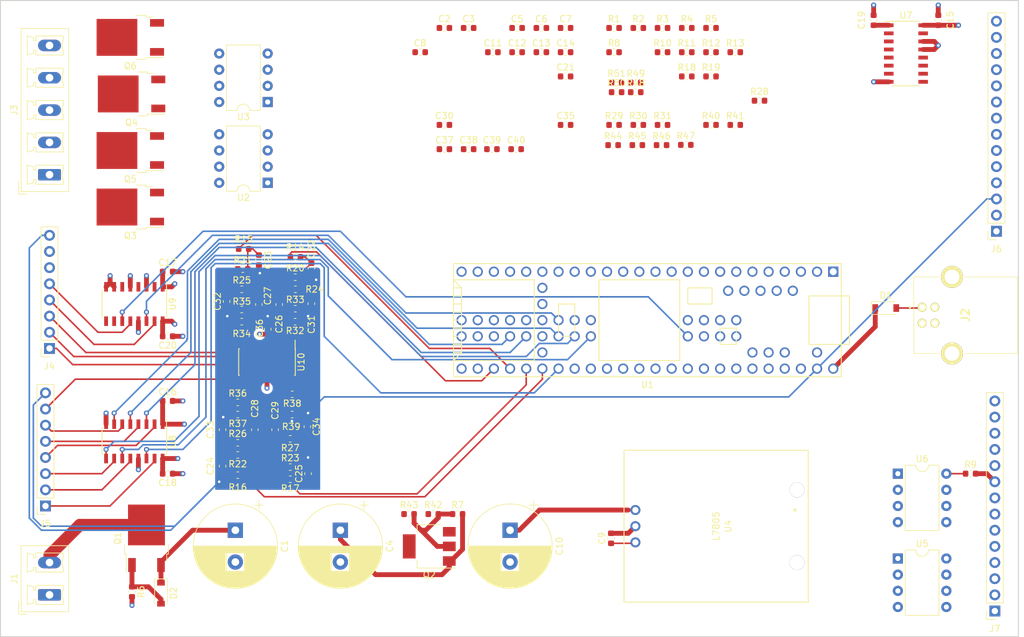
<source format=kicad_pcb>
(kicad_pcb (version 20171130) (host pcbnew "(5.0.2)-1")
  (layers (0 F.Cu signal) (1 In1.Cu power hide) (2 In2.Cu power hide) (31 B.Cu signal) (34 B.Paste user) (35 F.Paste user) (36 B.SilkS user) (37 F.SilkS user) (38 B.Mask user hide) (39 F.Mask user hide) (44 Edge.Cuts user))
  (net 0 "")
  (net 1 +12V)
  (net 2 GND)
  (net 3 "Net-(C2-Pad2)")
  (net 4 "Net-(C3-Pad2)")
  (net 5 "Net-(C4-Pad1)")
  (net 6 "Net-(C9-Pad1)")
  (net 7 +5V)
  (net 8 +3V3)
  (net 9 GNDA)
  (net 10 /LV_BRAKE_CTRL)
  (net 11 "Net-(C22-Pad1)")
  (net 12 "Net-(C23-Pad1)")
  (net 13 "Net-(C24-Pad1)")
  (net 14 "Net-(C25-Pad1)")
  (net 15 "Net-(C26-Pad2)")
  (net 16 "Net-(C26-Pad1)")
  (net 17 "Net-(C27-Pad2)")
  (net 18 "Net-(C27-Pad1)")
  (net 19 "Net-(C28-Pad2)")
  (net 20 "Net-(C28-Pad1)")
  (net 21 "Net-(C29-Pad2)")
  (net 22 "Net-(C29-Pad1)")
  (net 23 /LV_REGEN_CTRL)
  (net 24 "Net-(C31-Pad2)")
  (net 25 "Net-(C32-Pad2)")
  (net 26 "Net-(C33-Pad2)")
  (net 27 "Net-(C34-Pad2)")
  (net 28 /LV_THROTTLE_CTRL)
  (net 29 /LV_TURNSIG_CTRL)
  (net 30 /LV_GEARSHIFT_CTRL)
  (net 31 "Net-(D1-Pad2)")
  (net 32 "Net-(D2-Pad2)")
  (net 33 "Net-(J1-Pad2)")
  (net 34 /USB_D-)
  (net 35 /USB_D+)
  (net 36 "Net-(J2-Pad4)")
  (net 37 /HEADLIGHTS)
  (net 38 /BRAKELIGHTS)
  (net 39 /BLINKERS)
  (net 40 /MOTOR_L_REGEN)
  (net 41 /MOTOR_L_THROTTLE)
  (net 42 /MOTOR_L_METER)
  (net 43 /MOTOR_L_ECO_EN)
  (net 44 /MOTOR_L_REGEN_EN)
  (net 45 /MOTOR_L_FWD_EN)
  (net 46 /MOTOR_L_REV_EN)
  (net 47 /MOTOR_R_REV_EN)
  (net 48 /MOTOR_R_FWD_EN)
  (net 49 /MOTOR_R_REGEN_EN)
  (net 50 /MOTOR_R_ECO_EN)
  (net 51 /MOTOR_R_METER)
  (net 52 /MOTOR_R_THROTTLE)
  (net 53 /MOTOR_R_REGEN)
  (net 54 /BRAKE_CTRL)
  (net 55 /REGEN_CTRL)
  (net 56 /GEARSHIFT_CTRL)
  (net 57 /TURNSIG_CTRL)
  (net 58 /THROTTLE_CTRL)
  (net 59 /HAZARD_CTRL)
  (net 60 /HAZARD_LED)
  (net 61 /DOWN_CTRL)
  (net 62 /UP_CTRL)
  (net 63 /SEL_CTRL)
  (net 64 /KILL_SENSE)
  (net 65 CAN0_H)
  (net 66 CAN0_L)
  (net 67 CAN1_L)
  (net 68 CAN1_H)
  (net 69 /UART_RX)
  (net 70 /UART_TX)
  (net 71 /CS_0)
  (net 72 /MISO_0)
  (net 73 /MOSI_0)
  (net 74 /SCK_0)
  (net 75 /HORN)
  (net 76 "Net-(Q3-Pad1)")
  (net 77 "Net-(Q4-Pad1)")
  (net 78 "Net-(Q5-Pad1)")
  (net 79 "Net-(Q6-Pad1)")
  (net 80 "Net-(R1-Pad2)")
  (net 81 /CAN0_TX)
  (net 82 /CAN0_RX)
  (net 83 "Net-(R2-Pad2)")
  (net 84 "Net-(R3-Pad2)")
  (net 85 "Net-(R4-Pad2)")
  (net 86 /USB_MASTER-SLAVE_SEL)
  (net 87 "Net-(R8-Pad1)")
  (net 88 "Net-(R9-Pad1)")
  (net 89 /PWM_MOTOR_L_THROTTLE)
  (net 90 /PWM_MOTOR_L_REGEN)
  (net 91 /PWM_MOTOR_R_THROTTLE)
  (net 92 /PWM_MOTOR_R_REGEN)
  (net 93 /LV_HAZARD_LED)
  (net 94 /LV_DOWN_CTRL)
  (net 95 /LV_UP_CTRL)
  (net 96 /LV_SEL_CTRL)
  (net 97 /LV_HAZARD_CTRL)
  (net 98 "Net-(U1-Pad23)")
  (net 99 "Net-(U1-Pad24)")
  (net 100 "Net-(U1-Pad25)")
  (net 101 "Net-(U1-Pad28)")
  (net 102 "Net-(U1-Pad29)")
  (net 103 /CAN1_TX)
  (net 104 /CAN1_RX)
  (net 105 /DAC_0)
  (net 106 "Net-(U1-Pad11)")
  (net 107 "Net-(U1-Pad10)")
  (net 108 "Net-(U1-Pad9)")
  (net 109 "Net-(U1-Pad8)")
  (net 110 "Net-(U1-Pad7)")
  (net 111 "Net-(U1-Pad4)")
  (net 112 /DAC_1)
  (net 113 /SDA_0)
  (net 114 /SCL_0)
  (net 115 "Net-(U1-Pad48)")
  (net 116 "Net-(U1-Pad49)")
  (net 117 "Net-(U1-Pad50)")
  (net 118 "Net-(U1-Pad51)")
  (net 119 "Net-(U1-Pad54)")
  (net 120 "Net-(U1-Pad55)")
  (net 121 "Net-(U1-Pad63)")
  (net 122 "Net-(U1-Pad64)")
  (net 123 "Net-(U1-Pad65)")
  (net 124 "Net-(U1-Pad66)")
  (net 125 /LV_BLINKERS)
  (net 126 /LV_BRAKELIGHTS)
  (net 127 /CS_2)
  (net 128 /MOSI_2)
  (net 129 /MISO_2)
  (net 130 /SCK_2)
  (net 131 "Net-(U1-Pad76)")
  (net 132 "Net-(U1-Pad77)")
  (net 133 /LV_HEADLIGHTS)
  (net 134 /LV_HORN)
  (net 135 "Net-(U2-Pad8)")
  (net 136 "Net-(U2-Pad1)")
  (net 137 "Net-(U3-Pad1)")
  (net 138 "Net-(U3-Pad8)")
  (net 139 /LV_KILL_SENSE)
  (net 140 "Net-(U7-Pad15)")
  (net 141 /LV_MOTOR_L_REGEN_EN)
  (net 142 /LV_MOTOR_L_ECO_EN)
  (net 143 /LV_MOTOR_R_REV_EN)
  (net 144 /LV_MOTOR_R_FWD_EN)
  (net 145 /LV_MOTOR_R_REGEN_EN)
  (net 146 /LV_MOTOR_R_ECO_EN)
  (net 147 /LV_MOTOR_L_FWD_EN)
  (net 148 /LV_MOTOR_L_REV_EN)
  (net 149 "Net-(U9-Pad6)")
  (net 150 "Net-(U9-Pad4)")
  (net 151 "Net-(U9-Pad2)")
  (net 152 "Net-(C1-Pad1)")
  (net 153 /LV_MOTOR_R_METER)
  (net 154 /LV_MOTOR_L_METER)
  (net 155 "Net-(R51-Pad2)")
  (net 156 "Net-(R50-Pad2)")
  (net 157 "Net-(R49-Pad2)")
  (net 158 "Net-(R48-Pad2)")
  (module Resistor_SMD:R_0603_1608Metric (layer F.Cu) (at 184.855001 59.415001)
    (fp_text reference R48 (at 0 -1.43) (layer F.SilkS))
    (fp_text value 4.7)
    (pad 2 smd roundrect (at 0.7875 0) (size 0.875 0.95) (layers F.Cu F.Paste F.Mask) (net 158 "Net-(R48-Pad2)"))
    (pad 1 smd roundrect (at -0.7875 0) (size 0.875 0.95) (layers F.Cu F.Paste F.Mask) (net 76 "Net-(Q3-Pad1)"))
  )
  (module Resistor_SMD:R_0603_1608Metric (layer F.Cu) (at 184.855001 57.905001)
    (fp_text reference R49 (at 0 -1.43) (layer F.SilkS))
    (fp_text value 4.7)
    (pad 1 smd roundrect (at -0.7875 0) (size 0.875 0.95) (layers F.Cu F.Paste F.Mask) (net 77 "Net-(Q4-Pad1)"))
    (pad 2 smd roundrect (at 0.7875 0) (size 0.875 0.95) (layers F.Cu F.Paste F.Mask) (net 157 "Net-(R49-Pad2)"))
  )
  (module Resistor_SMD:R_0603_1608Metric (layer F.Cu) (at 181.845001 59.415001)
    (fp_text reference R50 (at 0 -1.43) (layer F.SilkS))
    (fp_text value 4.7)
    (pad 2 smd roundrect (at 0.7875 0) (size 0.875 0.95) (layers F.Cu F.Paste F.Mask) (net 156 "Net-(R50-Pad2)"))
    (pad 1 smd roundrect (at -0.7875 0) (size 0.875 0.95) (layers F.Cu F.Paste F.Mask) (net 78 "Net-(Q5-Pad1)"))
  )
  (module Resistor_SMD:R_0603_1608Metric (layer F.Cu) (at 181.845001 57.905001)
    (fp_text reference R51 (at 0 -1.43) (layer F.SilkS))
    (fp_text value 4.7)
    (pad 1 smd roundrect (at -0.7875 0) (size 0.875 0.95) (layers F.Cu F.Paste F.Mask) (net 79 "Net-(Q6-Pad1)"))
    (pad 2 smd roundrect (at 0.7875 0) (size 0.875 0.95) (layers F.Cu F.Paste F.Mask) (net 155 "Net-(R51-Pad2)"))
  )
  (module Capacitor_SMD:C_0603_1608Metric (layer F.Cu) (at 154.78 64.56)
    (fp_text reference C30 (at 0 -1.43) (layer F.SilkS))
    (fp_text value "1 nF")
    (pad 2 smd roundrect (at 0.7875 0) (size 0.875 0.95) (layers F.Cu F.Paste F.Mask) (net 9 GNDA))
    (pad 1 smd roundrect (at -0.7875 0) (size 0.875 0.95) (layers F.Cu F.Paste F.Mask) (net 23 /LV_REGEN_CTRL))
  )
  (module Capacitor_SMD:C_0603_1608Metric (layer F.Cu) (at 173.83 56.94)
    (fp_text reference C21 (at 0 -1.43) (layer F.SilkS))
    (fp_text value "1 nF")
    (pad 2 smd roundrect (at 0.7875 0) (size 0.875 0.95) (layers F.Cu F.Paste F.Mask) (net 9 GNDA))
    (pad 1 smd roundrect (at -0.7875 0) (size 0.875 0.95) (layers F.Cu F.Paste F.Mask) (net 10 /LV_BRAKE_CTRL))
  )
  (module Capacitor_SMD:C_0603_1608Metric (layer F.Cu) (at 170.02 49.32)
    (fp_text reference C6 (at 0 -1.43) (layer F.SilkS))
    (fp_text value 4.7u)
    (pad 1 smd roundrect (at -0.7875 0) (size 0.875 0.95) (layers F.Cu F.Paste F.Mask) (net 2 GND))
    (pad 2 smd roundrect (at 0.7875 0) (size 0.875 0.95) (layers F.Cu F.Paste F.Mask) (net 4 "Net-(C3-Pad2)"))
  )
  (module Capacitor_SMD:C_0603_1608Metric (layer F.Cu) (at 173.83 49.32)
    (fp_text reference C7 (at 0 -1.43) (layer F.SilkS))
    (fp_text value 47u)
    (pad 2 smd roundrect (at 0.7875 0) (size 0.875 0.95) (layers F.Cu F.Paste F.Mask) (net 3 "Net-(C2-Pad2)"))
    (pad 1 smd roundrect (at -0.7875 0) (size 0.875 0.95) (layers F.Cu F.Paste F.Mask) (net 2 GND))
  )
  (module Capacitor_SMD:C_0603_1608Metric (layer F.Cu) (at 154.78 49.32)
    (fp_text reference C2 (at 0 -1.43) (layer F.SilkS))
    (fp_text value 0.47u)
    (pad 1 smd roundrect (at -0.7875 0) (size 0.875 0.95) (layers F.Cu F.Paste F.Mask) (net 2 GND))
    (pad 2 smd roundrect (at 0.7875 0) (size 0.875 0.95) (layers F.Cu F.Paste F.Mask) (net 3 "Net-(C2-Pad2)"))
  )
  (module Capacitor_SMD:C_0603_1608Metric (layer F.Cu) (at 150.97 53.13)
    (fp_text reference C8 (at 0 -1.43) (layer F.SilkS))
    (fp_text value 47u)
    (pad 2 smd roundrect (at 0.7875 0) (size 0.875 0.95) (layers F.Cu F.Paste F.Mask) (net 4 "Net-(C3-Pad2)"))
    (pad 1 smd roundrect (at -0.7875 0) (size 0.875 0.95) (layers F.Cu F.Paste F.Mask) (net 2 GND))
  )
  (module Capacitor_SMD:C_0603_1608Metric (layer F.Cu) (at 158.59 49.32)
    (fp_text reference C3 (at 0 -1.43) (layer F.SilkS))
    (fp_text value 0.47u)
    (pad 1 smd roundrect (at -0.7875 0) (size 0.875 0.95) (layers F.Cu F.Paste F.Mask) (net 2 GND))
    (pad 2 smd roundrect (at 0.7875 0) (size 0.875 0.95) (layers F.Cu F.Paste F.Mask) (net 4 "Net-(C3-Pad2)"))
  )
  (module Capacitor_SMD:C_0603_1608Metric (layer F.Cu) (at 162.4 53.13)
    (fp_text reference C11 (at 0 -1.43) (layer F.SilkS))
    (fp_text value 0.47u)
    (pad 1 smd roundrect (at -0.7875 0) (size 0.875 0.95) (layers F.Cu F.Paste F.Mask) (net 7 +5V))
    (pad 2 smd roundrect (at 0.7875 0) (size 0.875 0.95) (layers F.Cu F.Paste F.Mask) (net 2 GND))
  )
  (module Capacitor_SMD:C_0603_1608Metric (layer F.Cu) (at 166.21 49.32)
    (fp_text reference C5 (at 0 -1.43) (layer F.SilkS))
    (fp_text value 4.7u)
    (pad 2 smd roundrect (at 0.7875 0) (size 0.875 0.95) (layers F.Cu F.Paste F.Mask) (net 3 "Net-(C2-Pad2)"))
    (pad 1 smd roundrect (at -0.7875 0) (size 0.875 0.95) (layers F.Cu F.Paste F.Mask) (net 2 GND))
  )
  (module Capacitor_SMD:C_0603_1608Metric (layer F.Cu) (at 166.21 53.13)
    (fp_text reference C12 (at 0 -1.43) (layer F.SilkS))
    (fp_text value 0.47u)
    (pad 2 smd roundrect (at 0.7875 0) (size 0.875 0.95) (layers F.Cu F.Paste F.Mask) (net 2 GND))
    (pad 1 smd roundrect (at -0.7875 0) (size 0.875 0.95) (layers F.Cu F.Paste F.Mask) (net 7 +5V))
  )
  (module Capacitor_SMD:C_0603_1608Metric (layer F.Cu) (at 173.83 53.13)
    (fp_text reference C14 (at 0 -1.43) (layer F.SilkS))
    (fp_text value 0.47u)
    (pad 1 smd roundrect (at -0.7875 0) (size 0.875 0.95) (layers F.Cu F.Paste F.Mask) (net 8 +3V3))
    (pad 2 smd roundrect (at 0.7875 0) (size 0.875 0.95) (layers F.Cu F.Paste F.Mask) (net 2 GND))
  )
  (module Capacitor_SMD:C_0603_1608Metric (layer F.Cu) (at 170.02 53.13)
    (fp_text reference C13 (at 0 -1.43) (layer F.SilkS))
    (fp_text value 0.47u)
    (pad 2 smd roundrect (at 0.7875 0) (size 0.875 0.95) (layers F.Cu F.Paste F.Mask) (net 2 GND))
    (pad 1 smd roundrect (at -0.7875 0) (size 0.875 0.95) (layers F.Cu F.Paste F.Mask) (net 8 +3V3))
  )
  (module Resistor_SMD:R_0603_1608Metric (layer F.Cu) (at 181.45 49.32)
    (fp_text reference R1 (at 0 -1.43) (layer F.SilkS))
    (fp_text value 0)
    (pad 2 smd roundrect (at 0.7875 0) (size 0.875 0.95) (layers F.Cu F.Paste F.Mask) (net 80 "Net-(R1-Pad2)"))
    (pad 1 smd roundrect (at -0.7875 0) (size 0.875 0.95) (layers F.Cu F.Paste F.Mask) (net 81 /CAN0_TX))
  )
  (module Capacitor_SMD:C_0603_1608Metric (layer F.Cu) (at 173.83 64.56)
    (fp_text reference C35 (at 0 -1.43) (layer F.SilkS))
    (fp_text value "1 nF")
    (pad 1 smd roundrect (at -0.7875 0) (size 0.875 0.95) (layers F.Cu F.Paste F.Mask) (net 28 /LV_THROTTLE_CTRL))
    (pad 2 smd roundrect (at 0.7875 0) (size 0.875 0.95) (layers F.Cu F.Paste F.Mask) (net 9 GNDA))
  )
  (module Capacitor_SMD:C_0603_1608Metric (layer F.Cu) (at 154.78 68.37)
    (fp_text reference C37 (at 0 -1.43) (layer F.SilkS))
    (fp_text value "1 nF")
    (pad 2 smd roundrect (at 0.7875 0) (size 0.875 0.95) (layers F.Cu F.Paste F.Mask) (net 9 GNDA))
    (pad 1 smd roundrect (at -0.7875 0) (size 0.875 0.95) (layers F.Cu F.Paste F.Mask) (net 29 /LV_TURNSIG_CTRL))
  )
  (module Capacitor_SMD:C_0603_1608Metric (layer F.Cu) (at 158.59 68.37)
    (fp_text reference C38 (at 0 -1.43) (layer F.SilkS))
    (fp_text value "1 nF")
    (pad 1 smd roundrect (at -0.7875 0) (size 0.875 0.95) (layers F.Cu F.Paste F.Mask) (net 30 /LV_GEARSHIFT_CTRL))
    (pad 2 smd roundrect (at 0.7875 0) (size 0.875 0.95) (layers F.Cu F.Paste F.Mask) (net 9 GNDA))
  )
  (module Resistor_SMD:R_0603_1608Metric (layer F.Cu) (at 185.26 49.32)
    (fp_text reference R2 (at 0 -1.43) (layer F.SilkS))
    (fp_text value 0)
    (pad 1 smd roundrect (at -0.7875 0) (size 0.875 0.95) (layers F.Cu F.Paste F.Mask) (net 82 /CAN0_RX))
    (pad 2 smd roundrect (at 0.7875 0) (size 0.875 0.95) (layers F.Cu F.Paste F.Mask) (net 83 "Net-(R2-Pad2)"))
  )
  (module Resistor_SMD:R_0603_1608Metric (layer F.Cu) (at 181.45 53.13)
    (fp_text reference R8 (at 0 -1.43) (layer F.SilkS))
    (fp_text value R)
    (pad 1 smd roundrect (at -0.7875 0) (size 0.875 0.95) (layers F.Cu F.Paste F.Mask) (net 87 "Net-(R8-Pad1)"))
    (pad 2 smd roundrect (at 0.7875 0) (size 0.875 0.95) (layers F.Cu F.Paste F.Mask) (net 2 GND))
  )
  (module Resistor_SMD:R_0603_1608Metric (layer F.Cu) (at 192.88 49.32)
    (fp_text reference R4 (at 0 -1.43) (layer F.SilkS))
    (fp_text value 0)
    (pad 1 smd roundrect (at -0.7875 0) (size 0.875 0.95) (layers F.Cu F.Paste F.Mask) (net 82 /CAN0_RX))
    (pad 2 smd roundrect (at 0.7875 0) (size 0.875 0.95) (layers F.Cu F.Paste F.Mask) (net 85 "Net-(R4-Pad2)"))
  )
  (module Resistor_SMD:R_0603_1608Metric (layer F.Cu) (at 196.69 56.94)
    (fp_text reference R19 (at 0 -1.43) (layer F.SilkS))
    (fp_text value 275k)
    (pad 2 smd roundrect (at 0.7875 0) (size 0.875 0.95) (layers F.Cu F.Paste F.Mask) (net 9 GNDA))
    (pad 1 smd roundrect (at -0.7875 0) (size 0.875 0.95) (layers F.Cu F.Paste F.Mask) (net 23 /LV_REGEN_CTRL))
  )
  (module Resistor_SMD:R_0603_1608Metric (layer F.Cu) (at 189.07 53.13)
    (fp_text reference R10 (at 0 -1.43) (layer F.SilkS))
    (fp_text value 120)
    (pad 2 smd roundrect (at 0.7875 0) (size 0.875 0.95) (layers F.Cu F.Paste F.Mask) (net 67 CAN1_L))
    (pad 1 smd roundrect (at -0.7875 0) (size 0.875 0.95) (layers F.Cu F.Paste F.Mask) (net 68 CAN1_H))
  )
  (module Resistor_SMD:R_0603_1608Metric (layer F.Cu) (at 192.88 56.94)
    (fp_text reference R18 (at 0 -1.43) (layer F.SilkS))
    (fp_text value 725k)
    (pad 2 smd roundrect (at 0.7875 0) (size 0.875 0.95) (layers F.Cu F.Paste F.Mask) (net 23 /LV_REGEN_CTRL))
    (pad 1 smd roundrect (at -0.7875 0) (size 0.875 0.95) (layers F.Cu F.Paste F.Mask) (net 55 /REGEN_CTRL))
  )
  (module Resistor_SMD:R_0603_1608Metric (layer F.Cu) (at 196.69 49.32)
    (fp_text reference R5 (at 0 -1.43) (layer F.SilkS))
    (fp_text value 0)
    (pad 1 smd roundrect (at -0.7875 0) (size 0.875 0.95) (layers F.Cu F.Paste F.Mask) (net 36 "Net-(J2-Pad4)"))
    (pad 2 smd roundrect (at 0.7875 0) (size 0.875 0.95) (layers F.Cu F.Paste F.Mask) (net 86 /USB_MASTER-SLAVE_SEL))
  )
  (module Resistor_SMD:R_0603_1608Metric (layer F.Cu) (at 192.88 53.13)
    (fp_text reference R11 (at 0 -1.43) (layer F.SilkS))
    (fp_text value 120)
    (pad 1 smd roundrect (at -0.7875 0) (size 0.875 0.95) (layers F.Cu F.Paste F.Mask) (net 65 CAN0_H))
    (pad 2 smd roundrect (at 0.7875 0) (size 0.875 0.95) (layers F.Cu F.Paste F.Mask) (net 66 CAN0_L))
  )
  (module Resistor_SMD:R_0603_1608Metric (layer F.Cu) (at 200.5 53.13)
    (fp_text reference R13 (at 0 -1.43) (layer F.SilkS))
    (fp_text value 275k)
    (pad 1 smd roundrect (at -0.7875 0) (size 0.875 0.95) (layers F.Cu F.Paste F.Mask) (net 10 /LV_BRAKE_CTRL))
    (pad 2 smd roundrect (at 0.7875 0) (size 0.875 0.95) (layers F.Cu F.Paste F.Mask) (net 9 GNDA))
  )
  (module Resistor_SMD:R_0603_1608Metric (layer F.Cu) (at 196.69 53.13)
    (fp_text reference R12 (at 0 -1.43) (layer F.SilkS))
    (fp_text value 725k)
    (pad 1 smd roundrect (at -0.7875 0) (size 0.875 0.95) (layers F.Cu F.Paste F.Mask) (net 54 /BRAKE_CTRL))
    (pad 2 smd roundrect (at 0.7875 0) (size 0.875 0.95) (layers F.Cu F.Paste F.Mask) (net 10 /LV_BRAKE_CTRL))
  )
  (module Resistor_SMD:R_0603_1608Metric (layer F.Cu) (at 189.07 49.32)
    (fp_text reference R3 (at 0 -1.43) (layer F.SilkS))
    (fp_text value 0)
    (pad 2 smd roundrect (at 0.7875 0) (size 0.875 0.95) (layers F.Cu F.Paste F.Mask) (net 84 "Net-(R3-Pad2)"))
    (pad 1 smd roundrect (at -0.7875 0) (size 0.875 0.95) (layers F.Cu F.Paste F.Mask) (net 81 /CAN0_TX))
  )
  (module Resistor_SMD:R_0603_1608Metric (layer F.Cu) (at 185.26 64.56)
    (fp_text reference R30 (at 0 -1.43) (layer F.SilkS))
    (fp_text value 725k)
    (pad 2 smd roundrect (at 0.7875 0) (size 0.875 0.95) (layers F.Cu F.Paste F.Mask) (net 29 /LV_TURNSIG_CTRL))
    (pad 1 smd roundrect (at -0.7875 0) (size 0.875 0.95) (layers F.Cu F.Paste F.Mask) (net 57 /TURNSIG_CTRL))
  )
  (module Resistor_SMD:R_0603_1608Metric (layer F.Cu) (at 189.07 64.56)
    (fp_text reference R31 (at 0 -1.43) (layer F.SilkS))
    (fp_text value 275k)
    (pad 2 smd roundrect (at 0.7875 0) (size 0.875 0.95) (layers F.Cu F.Paste F.Mask) (net 9 GNDA))
    (pad 1 smd roundrect (at -0.7875 0) (size 0.875 0.95) (layers F.Cu F.Paste F.Mask) (net 29 /LV_TURNSIG_CTRL))
  )
  (module Resistor_SMD:R_0603_1608Metric (layer F.Cu) (at 204.31 60.75)
    (fp_text reference R28 (at 0 -1.43) (layer F.SilkS))
    (fp_text value 725k)
    (pad 1 smd roundrect (at -0.7875 0) (size 0.875 0.95) (layers F.Cu F.Paste F.Mask) (net 58 /THROTTLE_CTRL))
    (pad 2 smd roundrect (at 0.7875 0) (size 0.875 0.95) (layers F.Cu F.Paste F.Mask) (net 28 /LV_THROTTLE_CTRL))
  )
  (module Resistor_SMD:R_0603_1608Metric (layer F.Cu) (at 181.45 64.56)
    (fp_text reference R29 (at 0 -1.43) (layer F.SilkS))
    (fp_text value 275k)
    (pad 1 smd roundrect (at -0.7875 0) (size 0.875 0.95) (layers F.Cu F.Paste F.Mask) (net 28 /LV_THROTTLE_CTRL))
    (pad 2 smd roundrect (at 0.7875 0) (size 0.875 0.95) (layers F.Cu F.Paste F.Mask) (net 9 GNDA))
  )
  (module Resistor_SMD:R_0603_1608Metric (layer F.Cu) (at 200.5 64.56)
    (fp_text reference R41 (at 0 -1.43) (layer F.SilkS))
    (fp_text value 275k)
    (pad 1 smd roundrect (at -0.7875 0) (size 0.875 0.95) (layers F.Cu F.Paste F.Mask) (net 30 /LV_GEARSHIFT_CTRL))
    (pad 2 smd roundrect (at 0.7875 0) (size 0.875 0.95) (layers F.Cu F.Paste F.Mask) (net 9 GNDA))
  )
  (module Resistor_SMD:R_0603_1608Metric (layer F.Cu) (at 196.69 64.56)
    (fp_text reference R40 (at 0 -1.43) (layer F.SilkS))
    (fp_text value 725k)
    (pad 2 smd roundrect (at 0.7875 0) (size 0.875 0.95) (layers F.Cu F.Paste F.Mask) (net 30 /LV_GEARSHIFT_CTRL))
    (pad 1 smd roundrect (at -0.7875 0) (size 0.875 0.95) (layers F.Cu F.Paste F.Mask) (net 56 /GEARSHIFT_CTRL))
  )
  (module Capacitor_SMD:C_0603_1608Metric (layer F.Cu) (at 162.2475 68.37)
    (fp_text reference C39 (at 0 -1.43) (layer F.SilkS))
    (fp_text value "1 nF")
    (pad 2 smd roundrect (at 0.7875 0) (size 0.875 0.95) (layers F.Cu F.Paste F.Mask) (net 9 GNDA))
    (pad 1 smd roundrect (at -0.7875 0) (size 0.875 0.95) (layers F.Cu F.Paste F.Mask) (net 153 /LV_MOTOR_R_METER))
  )
  (module Resistor_SMD:R_0603_1608Metric (layer F.Cu) (at 188.9175 67.735)
    (fp_text reference R46 (at 0 -1.43) (layer F.SilkS))
    (fp_text value 725k)
    (pad 2 smd roundrect (at 0.7875 0) (size 0.875 0.95) (layers F.Cu F.Paste F.Mask) (net 154 /LV_MOTOR_L_METER))
    (pad 1 smd roundrect (at -0.7875 0) (size 0.875 0.95) (layers F.Cu F.Paste F.Mask) (net 42 /MOTOR_L_METER))
  )
  (module Resistor_SMD:R_0603_1608Metric (layer F.Cu) (at 181.2975 67.735)
    (fp_text reference R44 (at 0 -1.43) (layer F.SilkS))
    (fp_text value 725k)
    (pad 1 smd roundrect (at -0.7875 0) (size 0.875 0.95) (layers F.Cu F.Paste F.Mask) (net 51 /MOTOR_R_METER))
    (pad 2 smd roundrect (at 0.7875 0) (size 0.875 0.95) (layers F.Cu F.Paste F.Mask) (net 153 /LV_MOTOR_R_METER))
  )
  (module Resistor_SMD:R_0603_1608Metric (layer F.Cu) (at 185.1075 67.735)
    (fp_text reference R45 (at 0 -1.43) (layer F.SilkS))
    (fp_text value 275k)
    (pad 2 smd roundrect (at 0.7875 0) (size 0.875 0.95) (layers F.Cu F.Paste F.Mask) (net 9 GNDA))
    (pad 1 smd roundrect (at -0.7875 0) (size 0.875 0.95) (layers F.Cu F.Paste F.Mask) (net 153 /LV_MOTOR_R_METER))
  )
  (module Resistor_SMD:R_0603_1608Metric (layer F.Cu) (at 192.7275 67.700001)
    (fp_text reference R47 (at 0 -1.43) (layer F.SilkS))
    (fp_text value 275k)
    (pad 1 smd roundrect (at -0.7875 0) (size 0.875 0.95) (layers F.Cu F.Paste F.Mask) (net 154 /LV_MOTOR_L_METER))
    (pad 2 smd roundrect (at 0.7875 0) (size 0.875 0.95) (layers F.Cu F.Paste F.Mask) (net 9 GNDA))
  )
  (module Capacitor_SMD:C_0603_1608Metric (layer F.Cu) (at 166.0575 68.37)
    (fp_text reference C40 (at 0 -1.43) (layer F.SilkS))
    (fp_text value "1 nF")
    (pad 1 smd roundrect (at -0.7875 0) (size 0.875 0.95) (layers F.Cu F.Paste F.Mask) (net 154 /LV_MOTOR_L_METER))
    (pad 2 smd roundrect (at 0.7875 0) (size 0.875 0.95) (layers F.Cu F.Paste F.Mask) (net 9 GNDA))
  )
  (module Package_SO:SOIC-14_3.9x8.7mm_P1.27mm (layer F.Cu) (at 126.892621 101.831639 270)
    (fp_text reference U10 (at 0 -5.375 270) (layer F.SilkS))
    (fp_text value LM324A)
    (pad 1 smd rect (at -2.7 -3.81 270) (size 1.5 0.6) (layers F.Cu F.Paste F.Mask) (net 41 /MOTOR_L_THROTTLE))
    (pad 2 smd rect (at -2.7 -2.54 270) (size 1.5 0.6) (layers F.Cu F.Paste F.Mask) (net 15 "Net-(C26-Pad2)"))
    (pad 3 smd rect (at -2.7 -1.27 270) (size 1.5 0.6) (layers F.Cu F.Paste F.Mask) (net 24 "Net-(C31-Pad2)"))
    (pad 4 smd rect (at -2.7 0 270) (size 1.5 0.6) (layers F.Cu F.Paste F.Mask) (net 7 +5V))
    (pad 5 smd rect (at -2.7 1.27 270) (size 1.5 0.6) (layers F.Cu F.Paste F.Mask) (net 25 "Net-(C32-Pad2)"))
    (pad 6 smd rect (at -2.7 2.54 270) (size 1.5 0.6) (layers F.Cu F.Paste F.Mask) (net 17 "Net-(C27-Pad2)"))
    (pad 7 smd rect (at -2.7 3.81 270) (size 1.5 0.6) (layers F.Cu F.Paste F.Mask) (net 40 /MOTOR_L_REGEN))
    (pad 8 smd rect (at 2.7 3.81 270) (size 1.5 0.6) (layers F.Cu F.Paste F.Mask) (net 52 /MOTOR_R_THROTTLE))
    (pad 9 smd rect (at 2.7 2.54 270) (size 1.5 0.6) (layers F.Cu F.Paste F.Mask) (net 19 "Net-(C28-Pad2)"))
    (pad 10 smd rect (at 2.7 1.27 270) (size 1.5 0.6) (layers F.Cu F.Paste F.Mask) (net 26 "Net-(C33-Pad2)"))
    (pad 11 smd rect (at 2.7 0 270) (size 1.5 0.6) (layers F.Cu F.Paste F.Mask) (net 2 GND))
    (pad 12 smd rect (at 2.7 -1.27 270) (size 1.5 0.6) (layers F.Cu F.Paste F.Mask) (net 27 "Net-(C34-Pad2)"))
    (pad 13 smd rect (at 2.7 -2.54 270) (size 1.5 0.6) (layers F.Cu F.Paste F.Mask) (net 21 "Net-(C29-Pad2)"))
    (pad 14 smd rect (at 2.7 -3.81 270) (size 1.5 0.6) (layers F.Cu F.Paste F.Mask) (net 53 /MOTOR_R_REGEN))
  )
  (module Capacitor_THT:CP_Radial_D13.0mm_P5.00mm (layer F.Cu) (at 121.92 128.27 270)
    (fp_text reference C1 (at 2.5 -7.75 270) (layer F.SilkS))
    (fp_text value 470uF)
    (pad 1 thru_hole rect (at 0 0 270) (size 2.4 2.4) (drill 1.2) (layers *.Cu *.Mask) (net 152 "Net-(C1-Pad1)"))
    (pad 2 thru_hole circle (at 5 0 270) (size 2.4 2.4) (drill 1.2) (layers *.Cu *.Mask) (net 2 GND))
  )
  (module Capacitor_THT:CP_Radial_D13.0mm_P5.00mm (layer F.Cu) (at 138.43 128.27 270)
    (fp_text reference C4 (at 2.5 -7.75 270) (layer F.SilkS))
    (fp_text value 470uF)
    (pad 2 thru_hole circle (at 5 0 270) (size 2.4 2.4) (drill 1.2) (layers *.Cu *.Mask) (net 2 GND))
    (pad 1 thru_hole rect (at 0 0 270) (size 2.4 2.4) (drill 1.2) (layers *.Cu *.Mask) (net 5 "Net-(C4-Pad1)"))
  )
  (module Capacitor_SMD:C_0603_1608Metric (layer F.Cu) (at 180.975 129.54 90)
    (fp_text reference C9 (at 0 -1.43 90) (layer F.SilkS))
    (fp_text value 10uF)
    (pad 1 smd roundrect (at -0.7875 0 90) (size 0.875 0.95) (layers F.Cu F.Paste F.Mask) (net 6 "Net-(C9-Pad1)"))
    (pad 2 smd roundrect (at 0.7875 0 90) (size 0.875 0.95) (layers F.Cu F.Paste F.Mask) (net 2 GND))
  )
  (module Capacitor_THT:CP_Radial_D13.0mm_P5.00mm (layer F.Cu) (at 165.1 128.27 270)
    (fp_text reference C10 (at 2.5 -7.75 270) (layer F.SilkS))
    (fp_text value 10uF)
    (pad 1 thru_hole rect (at 0 0 270) (size 2.4 2.4) (drill 1.2) (layers *.Cu *.Mask) (net 7 +5V))
    (pad 2 thru_hole circle (at 5 0 270) (size 2.4 2.4) (drill 1.2) (layers *.Cu *.Mask) (net 2 GND))
  )
  (module Capacitor_SMD:C_0603_1608Metric (layer F.Cu) (at 232.41 48.1075 90)
    (fp_text reference C15 (at 0 1.905 90) (layer F.SilkS))
    (fp_text value 0.47u)
    (pad 2 smd roundrect (at 0.7875 0 90) (size 0.875 0.95) (layers F.Cu F.Paste F.Mask) (net 2 GND))
    (pad 1 smd roundrect (at -0.7875 0 90) (size 0.875 0.95) (layers F.Cu F.Paste F.Mask) (net 8 +3V3))
  )
  (module Capacitor_SMD:C_0603_1608Metric (layer F.Cu) (at 111.2775 107.95)
    (fp_text reference C16 (at 0 -1.43) (layer F.SilkS))
    (fp_text value 0.47u)
    (pad 2 smd roundrect (at 0.7875 0) (size 0.875 0.95) (layers F.Cu F.Paste F.Mask) (net 2 GND))
    (pad 1 smd roundrect (at -0.7875 0) (size 0.875 0.95) (layers F.Cu F.Paste F.Mask) (net 8 +3V3))
  )
  (module Capacitor_SMD:C_0603_1608Metric (layer F.Cu) (at 111.2775 87.63)
    (fp_text reference C17 (at 0 -1.43) (layer F.SilkS))
    (fp_text value 0.47u)
    (pad 1 smd roundrect (at -0.7875 0) (size 0.875 0.95) (layers F.Cu F.Paste F.Mask) (net 8 +3V3))
    (pad 2 smd roundrect (at 0.7875 0) (size 0.875 0.95) (layers F.Cu F.Paste F.Mask) (net 2 GND))
  )
  (module Capacitor_SMD:C_0603_1608Metric (layer F.Cu) (at 111.2775 119.38 180)
    (fp_text reference C18 (at 0 -1.43 180) (layer F.SilkS))
    (fp_text value 4.7u)
    (pad 1 smd roundrect (at -0.7875 0 180) (size 0.875 0.95) (layers F.Cu F.Paste F.Mask) (net 2 GND))
    (pad 2 smd roundrect (at 0.7875 0 180) (size 0.875 0.95) (layers F.Cu F.Paste F.Mask) (net 1 +12V))
  )
  (module Capacitor_SMD:C_0603_1608Metric (layer F.Cu) (at 222.25 48.1075 270)
    (fp_text reference C19 (at 0 1.905 270) (layer F.SilkS))
    (fp_text value 4.7u)
    (pad 1 smd roundrect (at -0.7875 0 270) (size 0.875 0.95) (layers F.Cu F.Paste F.Mask) (net 2 GND))
    (pad 2 smd roundrect (at 0.7875 0 270) (size 0.875 0.95) (layers F.Cu F.Paste F.Mask) (net 1 +12V))
  )
  (module Capacitor_SMD:C_0603_1608Metric (layer F.Cu) (at 111.2775 97.79 180)
    (fp_text reference C20 (at 0 -1.43 180) (layer F.SilkS))
    (fp_text value 4.7u)
    (pad 1 smd roundrect (at -0.7875 0 180) (size 0.875 0.95) (layers F.Cu F.Paste F.Mask) (net 2 GND))
    (pad 2 smd roundrect (at 0.7875 0 180) (size 0.875 0.95) (layers F.Cu F.Paste F.Mask) (net 1 +12V))
  )
  (module Capacitor_SMD:C_0603_1608Metric (layer F.Cu) (at 133.877621 87.074139 270)
    (fp_text reference C22 (at -3.0225 0 270) (layer F.SilkS))
    (fp_text value 3.3n)
    (pad 1 smd roundrect (at -0.7875 0 270) (size 0.875 0.95) (layers F.Cu F.Paste F.Mask) (net 11 "Net-(C22-Pad1)"))
    (pad 2 smd roundrect (at 0.7875 0 270) (size 0.875 0.95) (layers F.Cu F.Paste F.Mask) (net 9 GNDA))
  )
  (module Capacitor_SMD:C_0603_1608Metric (layer F.Cu) (at 125.622621 85.804139 270)
    (fp_text reference C23 (at 0 -1.43 270) (layer F.SilkS))
    (fp_text value 3.3n)
    (pad 1 smd roundrect (at -0.7875 0 270) (size 0.875 0.95) (layers F.Cu F.Paste F.Mask) (net 12 "Net-(C23-Pad1)"))
    (pad 2 smd roundrect (at 0.7875 0 270) (size 0.875 0.95) (layers F.Cu F.Paste F.Mask) (net 9 GNDA))
  )
  (module Capacitor_SMD:C_0603_1608Metric (layer F.Cu) (at 119.907621 118.189139 270)
    (fp_text reference C24 (at 0 1.905 270) (layer F.SilkS))
    (fp_text value 3.3n)
    (pad 2 smd roundrect (at 0.7875 0 270) (size 0.875 0.95) (layers F.Cu F.Paste F.Mask) (net 9 GNDA))
    (pad 1 smd roundrect (at -0.7875 0 270) (size 0.875 0.95) (layers F.Cu F.Paste F.Mask) (net 13 "Net-(C24-Pad1)"))
  )
  (module Capacitor_SMD:C_0603_1608Metric (layer F.Cu) (at 133.35 119.38 90)
    (fp_text reference C25 (at 0 -1.43 90) (layer F.SilkS))
    (fp_text value 3.3n)
    (pad 2 smd roundrect (at 0.7875 0 90) (size 0.875 0.95) (layers F.Cu F.Paste F.Mask) (net 9 GNDA))
    (pad 1 smd roundrect (at -0.7875 0 90) (size 0.875 0.95) (layers F.Cu F.Paste F.Mask) (net 14 "Net-(C25-Pad1)"))
  )
  (module Capacitor_SMD:C_0603_1608Metric (layer F.Cu) (at 128.797621 92.789139 270)
    (fp_text reference C26 (at 3.0735 0 270) (layer F.SilkS))
    (fp_text value 6.8n)
    (pad 2 smd roundrect (at 0.7875 0 270) (size 0.875 0.95) (layers F.Cu F.Paste F.Mask) (net 15 "Net-(C26-Pad2)"))
    (pad 1 smd roundrect (at -0.7875 0 270) (size 0.875 0.95) (layers F.Cu F.Paste F.Mask) (net 16 "Net-(C26-Pad1)"))
  )
  (module Capacitor_SMD:C_0603_1608Metric (layer F.Cu) (at 125.622621 92.789139 270)
    (fp_text reference C27 (at -1.349139 -1.377379 270) (layer F.SilkS))
    (fp_text value 6.8n)
    (pad 2 smd roundrect (at 0.7875 0 270) (size 0.875 0.95) (layers F.Cu F.Paste F.Mask) (net 17 "Net-(C27-Pad2)"))
    (pad 1 smd roundrect (at -0.7875 0 270) (size 0.875 0.95) (layers F.Cu F.Paste F.Mask) (net 18 "Net-(C27-Pad1)"))
  )
  (module Capacitor_SMD:C_0603_1608Metric (layer F.Cu) (at 124.987621 112.474139 90)
    (fp_text reference C28 (at 3.3275 0 90) (layer F.SilkS))
    (fp_text value 6.8n)
    (pad 2 smd roundrect (at 0.7875 0 90) (size 0.875 0.95) (layers F.Cu F.Paste F.Mask) (net 19 "Net-(C28-Pad2)"))
    (pad 1 smd roundrect (at -0.7875 0 90) (size 0.875 0.95) (layers F.Cu F.Paste F.Mask) (net 20 "Net-(C28-Pad1)"))
  )
  (module Capacitor_SMD:C_0603_1608Metric (layer F.Cu) (at 128.162621 112.474139 90)
    (fp_text reference C29 (at 3.0225 0 90) (layer F.SilkS))
    (fp_text value 6.8n)
    (pad 2 smd roundrect (at 0.7875 0 90) (size 0.875 0.95) (layers F.Cu F.Paste F.Mask) (net 21 "Net-(C29-Pad2)"))
    (pad 1 smd roundrect (at -0.7875 0 90) (size 0.875 0.95) (layers F.Cu F.Paste F.Mask) (net 22 "Net-(C29-Pad1)"))
  )
  (module Capacitor_SMD:C_0603_1608Metric (layer F.Cu) (at 133.877621 92.662139 90)
    (fp_text reference C31 (at -3.2765 0 90) (layer F.SilkS))
    (fp_text value 2.2n)
    (pad 1 smd roundrect (at -0.7875 0 90) (size 0.875 0.95) (layers F.Cu F.Paste F.Mask) (net 9 GNDA))
    (pad 2 smd roundrect (at 0.7875 0 90) (size 0.875 0.95) (layers F.Cu F.Paste F.Mask) (net 24 "Net-(C31-Pad2)"))
  )
  (module Capacitor_SMD:C_0603_1608Metric (layer F.Cu) (at 120.542621 92.306639 90)
    (fp_text reference C32 (at 0 -1.43 90) (layer F.SilkS))
    (fp_text value 2.2n)
    (pad 2 smd roundrect (at 0.7875 0 90) (size 0.875 0.95) (layers F.Cu F.Paste F.Mask) (net 25 "Net-(C32-Pad2)"))
    (pad 1 smd roundrect (at -0.7875 0 90) (size 0.875 0.95) (layers F.Cu F.Paste F.Mask) (net 9 GNDA))
  )
  (module Capacitor_SMD:C_0603_1608Metric (layer F.Cu) (at 119.907621 112.474139 270)
    (fp_text reference C33 (at 0 1.905 270) (layer F.SilkS))
    (fp_text value 2.2n)
    (pad 1 smd roundrect (at -0.7875 0 270) (size 0.875 0.95) (layers F.Cu F.Paste F.Mask) (net 9 GNDA))
    (pad 2 smd roundrect (at 0.7875 0 270) (size 0.875 0.95) (layers F.Cu F.Paste F.Mask) (net 26 "Net-(C33-Pad2)"))
  )
  (module Capacitor_SMD:C_0603_1608Metric (layer F.Cu) (at 133.242621 111.991639 270)
    (fp_text reference C34 (at 0 -1.43 270) (layer F.SilkS))
    (fp_text value 2.2n)
    (pad 1 smd roundrect (at -0.7875 0 270) (size 0.875 0.95) (layers F.Cu F.Paste F.Mask) (net 9 GNDA))
    (pad 2 smd roundrect (at 0.7875 0 270) (size 0.875 0.95) (layers F.Cu F.Paste F.Mask) (net 27 "Net-(C34-Pad2)"))
  )
  (module Capacitor_SMD:C_0603_1608Metric (layer F.Cu) (at 127 96.6725 270)
    (fp_text reference C36 (at -0.1525 1.27 270) (layer F.SilkS))
    (fp_text value 0.47u)
    (pad 1 smd roundrect (at -0.7875 0 270) (size 0.875 0.95) (layers F.Cu F.Paste F.Mask) (net 9 GNDA))
    (pad 2 smd roundrect (at 0.7875 0 270) (size 0.875 0.95) (layers F.Cu F.Paste F.Mask) (net 7 +5V))
  )
  (module SamacSys_Parts:USBRBSSOTH (layer F.Cu) (at 229.87 93.218 90)
    (fp_text reference J2 (at -1.25 6.83 90) (layer F.SilkS) (effects (font (size 1.27 1.27) (thickness 0.254))))
    (fp_text value USB_B_Micro hide)
    (pad 1 thru_hole circle (at 0 0 180) (size 1.4 1.4) (drill 0.9) (layers *.Cu *.Mask F.SilkS) (net 31 "Net-(D1-Pad2)"))
    (pad 2 thru_hole circle (at -2.5 0 180) (size 1.4 1.4) (drill 0.9) (layers *.Cu *.Mask F.SilkS) (net 34 /USB_D-))
    (pad 3 thru_hole circle (at -2.5 2 180) (size 1.4 1.4) (drill 0.9) (layers *.Cu *.Mask F.SilkS) (net 35 /USB_D+))
    (pad 4 thru_hole circle (at 0 2 180) (size 1.4 1.4) (drill 0.9) (layers *.Cu *.Mask F.SilkS) (net 36 "Net-(J2-Pad4)"))
    (pad 5 thru_hole circle (at -7.27 4.7 180) (size 3.45 3.45) (drill 2.3) (layers *.Cu *.Mask F.SilkS) (net 2 GND))
    (pad 6 thru_hole circle (at 4.77 4.7 180) (size 3.45 3.45) (drill 2.3) (layers *.Cu *.Mask F.SilkS) (net 2 GND))
  )
  (module Connector_PinSocket_2.54mm:PinSocket_1x08_P2.54mm_Vertical (layer F.Cu) (at 92.71 99.695 180)
    (fp_text reference J4 (at 0 -2.77 180) (layer F.SilkS))
    (fp_text value Screw_Terminal_01x08)
    (pad 8 thru_hole oval (at 0 17.78 180) (size 1.7 1.7) (drill 1) (layers *.Cu *.Mask) (net 9 GNDA))
    (pad 7 thru_hole oval (at 0 15.24 180) (size 1.7 1.7) (drill 1) (layers *.Cu *.Mask) (net 51 /MOTOR_R_METER))
    (pad 6 thru_hole oval (at 0 12.7 180) (size 1.7 1.7) (drill 1) (layers *.Cu *.Mask) (net 42 /MOTOR_L_METER))
    (pad 5 thru_hole oval (at 0 10.16 180) (size 1.7 1.7) (drill 1) (layers *.Cu *.Mask) (net 46 /MOTOR_L_REV_EN))
    (pad 4 thru_hole oval (at 0 7.62 180) (size 1.7 1.7) (drill 1) (layers *.Cu *.Mask) (net 45 /MOTOR_L_FWD_EN))
    (pad 3 thru_hole oval (at 0 5.08 180) (size 1.7 1.7) (drill 1) (layers *.Cu *.Mask) (net 40 /MOTOR_L_REGEN))
    (pad 2 thru_hole oval (at 0 2.54 180) (size 1.7 1.7) (drill 1) (layers *.Cu *.Mask) (net 41 /MOTOR_L_THROTTLE))
    (pad 1 thru_hole rect (at 0 0 180) (size 1.7 1.7) (drill 1) (layers *.Cu *.Mask) (net 53 /MOTOR_R_REGEN))
  )
  (module Connector_PinSocket_2.54mm:PinSocket_1x08_P2.54mm_Vertical (layer F.Cu) (at 92.075 124.46 180)
    (fp_text reference J5 (at 0 -2.77 180) (layer F.SilkS))
    (fp_text value Screw_Terminal_01x08)
    (pad 1 thru_hole rect (at 0 0 180) (size 1.7 1.7) (drill 1) (layers *.Cu *.Mask) (net 50 /MOTOR_R_ECO_EN))
    (pad 2 thru_hole oval (at 0 2.54 180) (size 1.7 1.7) (drill 1) (layers *.Cu *.Mask) (net 49 /MOTOR_R_REGEN_EN))
    (pad 3 thru_hole oval (at 0 5.08 180) (size 1.7 1.7) (drill 1) (layers *.Cu *.Mask) (net 48 /MOTOR_R_FWD_EN))
    (pad 4 thru_hole oval (at 0 7.62 180) (size 1.7 1.7) (drill 1) (layers *.Cu *.Mask) (net 44 /MOTOR_L_REGEN_EN))
    (pad 5 thru_hole oval (at 0 10.16 180) (size 1.7 1.7) (drill 1) (layers *.Cu *.Mask) (net 43 /MOTOR_L_ECO_EN))
    (pad 6 thru_hole oval (at 0 12.7 180) (size 1.7 1.7) (drill 1) (layers *.Cu *.Mask) (net 47 /MOTOR_R_REV_EN))
    (pad 7 thru_hole oval (at 0 15.24 180) (size 1.7 1.7) (drill 1) (layers *.Cu *.Mask) (net 52 /MOTOR_R_THROTTLE))
    (pad 8 thru_hole oval (at 0 17.78 180) (size 1.7 1.7) (drill 1) (layers *.Cu *.Mask) (net 9 GNDA))
  )
  (module Connector_PinSocket_2.54mm:PinSocket_1x14_P2.54mm_Vertical (layer F.Cu) (at 241.554 81.28 180)
    (fp_text reference J6 (at 0 -2.77 180) (layer F.SilkS))
    (fp_text value Screw_Terminal_01x14)
    (pad 1 thru_hole rect (at 0 0 180) (size 1.7 1.7) (drill 1) (layers *.Cu *.Mask) (net 7 +5V))
    (pad 2 thru_hole oval (at 0 2.54 180) (size 1.7 1.7) (drill 1) (layers *.Cu *.Mask) (net 1 +12V))
    (pad 3 thru_hole oval (at 0 5.08 180) (size 1.7 1.7) (drill 1) (layers *.Cu *.Mask) (net 9 GNDA))
    (pad 4 thru_hole oval (at 0 7.62 180) (size 1.7 1.7) (drill 1) (layers *.Cu *.Mask) (net 54 /BRAKE_CTRL))
    (pad 5 thru_hole oval (at 0 10.16 180) (size 1.7 1.7) (drill 1) (layers *.Cu *.Mask) (net 55 /REGEN_CTRL))
    (pad 6 thru_hole oval (at 0 12.7 180) (size 1.7 1.7) (drill 1) (layers *.Cu *.Mask) (net 56 /GEARSHIFT_CTRL))
    (pad 7 thru_hole oval (at 0 15.24 180) (size 1.7 1.7) (drill 1) (layers *.Cu *.Mask) (net 57 /TURNSIG_CTRL))
    (pad 8 thru_hole oval (at 0 17.78 180) (size 1.7 1.7) (drill 1) (layers *.Cu *.Mask) (net 58 /THROTTLE_CTRL))
    (pad 9 thru_hole oval (at 0 20.32 180) (size 1.7 1.7) (drill 1) (layers *.Cu *.Mask) (net 59 /HAZARD_CTRL))
    (pad 10 thru_hole oval (at 0 22.86 180) (size 1.7 1.7) (drill 1) (layers *.Cu *.Mask) (net 60 /HAZARD_LED))
    (pad 11 thru_hole oval (at 0 25.4 180) (size 1.7 1.7) (drill 1) (layers *.Cu *.Mask) (net 61 /DOWN_CTRL))
    (pad 12 thru_hole oval (at 0 27.94 180) (size 1.7 1.7) (drill 1) (layers *.Cu *.Mask) (net 62 /UP_CTRL))
    (pad 13 thru_hole oval (at 0 30.48 180) (size 1.7 1.7) (drill 1) (layers *.Cu *.Mask) (net 63 /SEL_CTRL))
    (pad 14 thru_hole oval (at 0 33.02 180) (size 1.7 1.7) (drill 1) (layers *.Cu *.Mask) (net 64 /KILL_SENSE))
  )
  (module Package_TO_SOT_SMD:TO-252-2 (layer F.Cu) (at 107.95 129.54 90)
    (fp_text reference Q1 (at 0 -4.5 90) (layer F.SilkS))
    (fp_text value QM6015D)
    (pad 1 smd rect (at -4.2 -2.28 90) (size 2.2 1.2) (layers F.Cu F.Paste F.Mask) (net 32 "Net-(D2-Pad2)"))
    (pad 3 smd rect (at -4.2 2.28 90) (size 2.2 1.2) (layers F.Cu F.Paste F.Mask) (net 152 "Net-(C1-Pad1)"))
    (pad 2 smd rect (at 2.1 0 90) (size 6.4 5.8) (layers F.Cu F.Mask) (net 33 "Net-(J1-Pad2)"))
  )
  (module Package_TO_SOT_SMD:SOT-223 (layer F.Cu) (at 152.4 130.81 180)
    (fp_text reference Q2 (at 0 -4.5 180) (layer F.SilkS))
    (fp_text value PZT2222A)
    (pad 4 smd rect (at 3.15 0 180) (size 2 3.8) (layers F.Cu F.Paste F.Mask))
    (pad 2 smd rect (at -3.15 0 180) (size 2 1.5) (layers F.Cu F.Paste F.Mask) (net 152 "Net-(C1-Pad1)"))
    (pad 3 smd rect (at -3.15 2.3 180) (size 2 1.5) (layers F.Cu F.Paste F.Mask) (net 6 "Net-(C9-Pad1)"))
    (pad 1 smd rect (at -3.15 -2.3 180) (size 2 1.5) (layers F.Cu F.Paste F.Mask) (net 5 "Net-(C4-Pad1)"))
  )
  (module Package_TO_SOT_SMD:TO-252-2 (layer F.Cu) (at 105.41 77.47 180)
    (fp_text reference Q3 (at 0 -4.5 180) (layer F.SilkS))
    (fp_text value QM6015D)
    (pad 2 smd rect (at 2.1 0 180) (size 6.4 5.8) (layers F.Cu F.Mask) (net 75 /HORN))
    (pad 3 smd rect (at -4.2 2.28 180) (size 2.2 1.2) (layers F.Cu F.Paste F.Mask) (net 3 "Net-(C2-Pad2)"))
    (pad 1 smd rect (at -4.2 -2.28 180) (size 2.2 1.2) (layers F.Cu F.Paste F.Mask) (net 76 "Net-(Q3-Pad1)"))
  )
  (module Package_TO_SOT_SMD:TO-252-2 (layer F.Cu) (at 105.605 59.69 180)
    (fp_text reference Q4 (at 0 -4.5 180) (layer F.SilkS))
    (fp_text value QM6015D)
    (pad 2 smd rect (at 2.1 0 180) (size 6.4 5.8) (layers F.Cu F.Mask) (net 38 /BRAKELIGHTS))
    (pad 3 smd rect (at -4.2 2.28 180) (size 2.2 1.2) (layers F.Cu F.Paste F.Mask) (net 4 "Net-(C3-Pad2)"))
    (pad 1 smd rect (at -4.2 -2.28 180) (size 2.2 1.2) (layers F.Cu F.Paste F.Mask) (net 77 "Net-(Q4-Pad1)"))
  )
  (module Package_TO_SOT_SMD:TO-252-2 (layer F.Cu) (at 105.41 68.58 180)
    (fp_text reference Q5 (at 0 -4.5 180) (layer F.SilkS))
    (fp_text value QM6015D)
    (pad 1 smd rect (at -4.2 -2.28 180) (size 2.2 1.2) (layers F.Cu F.Paste F.Mask) (net 78 "Net-(Q5-Pad1)"))
    (pad 3 smd rect (at -4.2 2.28 180) (size 2.2 1.2) (layers F.Cu F.Paste F.Mask) (net 3 "Net-(C2-Pad2)"))
    (pad 2 smd rect (at 2.1 0 180) (size 6.4 5.8) (layers F.Cu F.Mask) (net 37 /HEADLIGHTS))
  )
  (module Package_TO_SOT_SMD:TO-252-2 (layer F.Cu) (at 105.41 50.8 180)
    (fp_text reference Q6 (at 0 -4.5 180) (layer F.SilkS))
    (fp_text value QM6015D)
    (pad 1 smd rect (at -4.2 -2.28 180) (size 2.2 1.2) (layers F.Cu F.Paste F.Mask) (net 79 "Net-(Q6-Pad1)"))
    (pad 3 smd rect (at -4.2 2.28 180) (size 2.2 1.2) (layers F.Cu F.Paste F.Mask) (net 4 "Net-(C3-Pad2)"))
    (pad 2 smd rect (at 2.1 0 180) (size 6.4 5.8) (layers F.Cu F.Mask) (net 39 /BLINKERS))
  )
  (module Resistor_SMD:R_0603_1608Metric (layer F.Cu) (at 105.67 137.9475 270)
    (fp_text reference R6 (at 0 -1.43 270) (layer F.SilkS))
    (fp_text value R)
    (pad 2 smd roundrect (at 0.7875 0 270) (size 0.875 0.95) (layers F.Cu F.Paste F.Mask) (net 2 GND))
    (pad 1 smd roundrect (at -0.7875 0 270) (size 0.875 0.95) (layers F.Cu F.Paste F.Mask) (net 32 "Net-(D2-Pad2)"))
  )
  (module Resistor_SMD:R_0603_1608Metric (layer F.Cu) (at 156.845 125.73)
    (fp_text reference R7 (at 0 -1.43) (layer F.SilkS))
    (fp_text value 120)
    (pad 2 smd roundrect (at 0.7875 0) (size 0.875 0.95) (layers F.Cu F.Paste F.Mask) (net 5 "Net-(C4-Pad1)"))
    (pad 1 smd roundrect (at -0.7875 0) (size 0.875 0.95) (layers F.Cu F.Paste F.Mask) (net 152 "Net-(C1-Pad1)"))
  )
  (module Resistor_SMD:R_0603_1608Metric (layer F.Cu) (at 237.49 119.38)
    (fp_text reference R9 (at 0 -1.43) (layer F.SilkS))
    (fp_text value R)
    (pad 2 smd roundrect (at 0.7875 0) (size 0.875 0.95) (layers F.Cu F.Paste F.Mask) (net 2 GND))
    (pad 1 smd roundrect (at -0.7875 0) (size 0.875 0.95) (layers F.Cu F.Paste F.Mask) (net 88 "Net-(R9-Pad1)"))
  )
  (module Resistor_SMD:R_0603_1608Metric (layer F.Cu) (at 131.363121 85.321639 180)
    (fp_text reference R14 (at 0.0255 1.524 180) (layer F.SilkS))
    (fp_text value 8.2k)
    (pad 1 smd roundrect (at -0.7875 0 180) (size 0.875 0.95) (layers F.Cu F.Paste F.Mask) (net 11 "Net-(C22-Pad1)"))
    (pad 2 smd roundrect (at 0.7875 0 180) (size 0.875 0.95) (layers F.Cu F.Paste F.Mask) (net 89 /PWM_MOTOR_L_THROTTLE))
  )
  (module Resistor_SMD:R_0603_1608Metric (layer F.Cu) (at 123.235121 84.051639 180)
    (fp_text reference R15 (at 0 1.524 180) (layer F.SilkS))
    (fp_text value 8.2k)
    (pad 1 smd roundrect (at -0.7875 0 180) (size 0.875 0.95) (layers F.Cu F.Paste F.Mask) (net 12 "Net-(C23-Pad1)"))
    (pad 2 smd roundrect (at 0.7875 0 180) (size 0.875 0.95) (layers F.Cu F.Paste F.Mask) (net 90 /PWM_MOTOR_L_REGEN))
  )
  (module Resistor_SMD:R_0603_1608Metric (layer F.Cu) (at 122.295121 119.611639)
    (fp_text reference R16 (at 0 1.905) (layer F.SilkS))
    (fp_text value 8.2k)
    (pad 2 smd roundrect (at 0.7875 0) (size 0.875 0.95) (layers F.Cu F.Paste F.Mask) (net 91 /PWM_MOTOR_R_THROTTLE))
    (pad 1 smd roundrect (at -0.7875 0) (size 0.875 0.95) (layers F.Cu F.Paste F.Mask) (net 13 "Net-(C24-Pad1)"))
  )
  (module Resistor_SMD:R_0603_1608Metric (layer F.Cu) (at 130.550121 120.246639 180)
    (fp_text reference R17 (at 0 -1.43 180) (layer F.SilkS))
    (fp_text value 8.2k)
    (pad 1 smd roundrect (at -0.7875 0 180) (size 0.875 0.95) (layers F.Cu F.Paste F.Mask) (net 14 "Net-(C25-Pad1)"))
    (pad 2 smd roundrect (at 0.7875 0 180) (size 0.875 0.95) (layers F.Cu F.Paste F.Mask) (net 92 /PWM_MOTOR_R_REGEN))
  )
  (module Resistor_SMD:R_0603_1608Metric (layer F.Cu) (at 131.337621 88.496639)
    (fp_text reference R20 (at 0 -1.43) (layer F.SilkS))
    (fp_text value 120k)
    (pad 2 smd roundrect (at 0.7875 0) (size 0.875 0.95) (layers F.Cu F.Paste F.Mask) (net 11 "Net-(C22-Pad1)"))
    (pad 1 smd roundrect (at -0.7875 0) (size 0.875 0.95) (layers F.Cu F.Paste F.Mask) (net 16 "Net-(C26-Pad1)"))
  )
  (module Resistor_SMD:R_0603_1608Metric (layer F.Cu) (at 123.082621 87.226639)
    (fp_text reference R21 (at 0 -1.43) (layer F.SilkS))
    (fp_text value 120k)
    (pad 2 smd roundrect (at 0.7875 0) (size 0.875 0.95) (layers F.Cu F.Paste F.Mask) (net 12 "Net-(C23-Pad1)"))
    (pad 1 smd roundrect (at -0.7875 0) (size 0.875 0.95) (layers F.Cu F.Paste F.Mask) (net 18 "Net-(C27-Pad1)"))
  )
  (module Resistor_SMD:R_0603_1608Metric (layer F.Cu) (at 122.295121 116.436639 180)
    (fp_text reference R22 (at 0 -1.43 180) (layer F.SilkS))
    (fp_text value 120k)
    (pad 1 smd roundrect (at -0.7875 0 180) (size 0.875 0.95) (layers F.Cu F.Paste F.Mask) (net 20 "Net-(C28-Pad1)"))
    (pad 2 smd roundrect (at 0.7875 0 180) (size 0.875 0.95) (layers F.Cu F.Paste F.Mask) (net 13 "Net-(C24-Pad1)"))
  )
  (module Resistor_SMD:R_0603_1608Metric (layer F.Cu) (at 130.550121 118.341639)
    (fp_text reference R23 (at 0 -1.43) (layer F.SilkS))
    (fp_text value 120k)
    (pad 1 smd roundrect (at -0.7875 0) (size 0.875 0.95) (layers F.Cu F.Paste F.Mask) (net 22 "Net-(C29-Pad1)"))
    (pad 2 smd roundrect (at 0.7875 0) (size 0.875 0.95) (layers F.Cu F.Paste F.Mask) (net 14 "Net-(C25-Pad1)"))
  )
  (module Resistor_SMD:R_0603_1608Metric (layer F.Cu) (at 131.363121 90.401639 180)
    (fp_text reference R24 (at -3.0225 0 180) (layer F.SilkS))
    (fp_text value 36k)
    (pad 1 smd roundrect (at -0.7875 0 180) (size 0.875 0.95) (layers F.Cu F.Paste F.Mask) (net 24 "Net-(C31-Pad2)"))
    (pad 2 smd roundrect (at 0.7875 0 180) (size 0.875 0.95) (layers F.Cu F.Paste F.Mask) (net 16 "Net-(C26-Pad1)"))
  )
  (module Resistor_SMD:R_0603_1608Metric (layer F.Cu) (at 122.930121 90.401639)
    (fp_text reference R25 (at 0 -1.43) (layer F.SilkS))
    (fp_text value 36k)
    (pad 2 smd roundrect (at 0.7875 0) (size 0.875 0.95) (layers F.Cu F.Paste F.Mask) (net 18 "Net-(C27-Pad1)"))
    (pad 1 smd roundrect (at -0.7875 0) (size 0.875 0.95) (layers F.Cu F.Paste F.Mask) (net 25 "Net-(C32-Pad2)"))
  )
  (module Resistor_SMD:R_0603_1608Metric (layer F.Cu) (at 122.295121 114.531639)
    (fp_text reference R26 (at 0 -1.43) (layer F.SilkS))
    (fp_text value 36k)
    (pad 2 smd roundrect (at 0.7875 0) (size 0.875 0.95) (layers F.Cu F.Paste F.Mask) (net 20 "Net-(C28-Pad1)"))
    (pad 1 smd roundrect (at -0.7875 0) (size 0.875 0.95) (layers F.Cu F.Paste F.Mask) (net 26 "Net-(C33-Pad2)"))
  )
  (module Resistor_SMD:R_0603_1608Metric (layer F.Cu) (at 130.550121 113.896639 180)
    (fp_text reference R27 (at 0 -1.43 180) (layer F.SilkS))
    (fp_text value 36k)
    (pad 2 smd roundrect (at 0.7875 0 180) (size 0.875 0.95) (layers F.Cu F.Paste F.Mask) (net 22 "Net-(C29-Pad1)"))
    (pad 1 smd roundrect (at -0.7875 0 180) (size 0.875 0.95) (layers F.Cu F.Paste F.Mask) (net 27 "Net-(C34-Pad2)"))
  )
  (module Resistor_SMD:R_0603_1608Metric (layer F.Cu) (at 131.313121 95.481639 180)
    (fp_text reference R32 (at 0 -1.43 180) (layer F.SilkS))
    (fp_text value R)
    (pad 2 smd roundrect (at 0.7875 0 180) (size 0.875 0.95) (layers F.Cu F.Paste F.Mask) (net 15 "Net-(C26-Pad2)"))
    (pad 1 smd roundrect (at -0.7875 0 180) (size 0.875 0.95) (layers F.Cu F.Paste F.Mask) (net 41 /MOTOR_L_THROTTLE))
  )
  (module Resistor_SMD:R_0603_1608Metric (layer F.Cu) (at 131.337621 93.449639)
    (fp_text reference R33 (at 0 -1.43) (layer F.SilkS))
    (fp_text value R)
    (pad 1 smd roundrect (at -0.7875 0) (size 0.875 0.95) (layers F.Cu F.Paste F.Mask) (net 15 "Net-(C26-Pad2)"))
    (pad 2 smd roundrect (at 0.7875 0) (size 0.875 0.95) (layers F.Cu F.Paste F.Mask) (net 9 GNDA))
  )
  (module Resistor_SMD:R_0603_1608Metric (layer F.Cu) (at 122.930121 95.481639)
    (fp_text reference R34 (at 0 1.905) (layer F.SilkS))
    (fp_text value R)
    (pad 2 smd roundrect (at 0.7875 0) (size 0.875 0.95) (layers F.Cu F.Paste F.Mask) (net 17 "Net-(C27-Pad2)"))
    (pad 1 smd roundrect (at -0.7875 0) (size 0.875 0.95) (layers F.Cu F.Paste F.Mask) (net 40 /MOTOR_L_REGEN))
  )
  (module Resistor_SMD:R_0603_1608Metric (layer F.Cu) (at 122.930121 93.576639 180)
    (fp_text reference R35 (at 0 1.27 180) (layer F.SilkS))
    (fp_text value R)
    (pad 1 smd roundrect (at -0.7875 0 180) (size 0.875 0.95) (layers F.Cu F.Paste F.Mask) (net 17 "Net-(C27-Pad2)"))
    (pad 2 smd roundrect (at 0.7875 0 180) (size 0.875 0.95) (layers F.Cu F.Paste F.Mask) (net 9 GNDA))
  )
  (module Resistor_SMD:R_0603_1608Metric (layer F.Cu) (at 122.295121 108.181639)
    (fp_text reference R36 (at 0 -1.43) (layer F.SilkS))
    (fp_text value R)
    (pad 2 smd roundrect (at 0.7875 0) (size 0.875 0.95) (layers F.Cu F.Paste F.Mask) (net 19 "Net-(C28-Pad2)"))
    (pad 1 smd roundrect (at -0.7875 0) (size 0.875 0.95) (layers F.Cu F.Paste F.Mask) (net 52 /MOTOR_R_THROTTLE))
  )
  (module Resistor_SMD:R_0603_1608Metric (layer F.Cu) (at 122.295121 110.086639 180)
    (fp_text reference R37 (at 0 -1.43 180) (layer F.SilkS))
    (fp_text value R)
    (pad 1 smd roundrect (at -0.7875 0 180) (size 0.875 0.95) (layers F.Cu F.Paste F.Mask) (net 19 "Net-(C28-Pad2)"))
    (pad 2 smd roundrect (at 0.7875 0 180) (size 0.875 0.95) (layers F.Cu F.Paste F.Mask) (net 9 GNDA))
  )
  (module Resistor_SMD:R_0603_1608Metric (layer F.Cu) (at 130.855121 106.911639 180)
    (fp_text reference R38 (at 0 -1.43 180) (layer F.SilkS))
    (fp_text value R)
    (pad 1 smd roundrect (at -0.7875 0 180) (size 0.875 0.95) (layers F.Cu F.Paste F.Mask) (net 53 /MOTOR_R_REGEN))
    (pad 2 smd roundrect (at 0.7875 0 180) (size 0.875 0.95) (layers F.Cu F.Paste F.Mask) (net 21 "Net-(C29-Pad2)"))
  )
  (module Resistor_SMD:R_0603_1608Metric (layer F.Cu) (at 130.855121 110.086639)
    (fp_text reference R39 (at -0.1525 1.905) (layer F.SilkS))
    (fp_text value R)
    (pad 1 smd roundrect (at -0.7875 0) (size 0.875 0.95) (layers F.Cu F.Paste F.Mask) (net 21 "Net-(C29-Pad2)"))
    (pad 2 smd roundrect (at 0.7875 0) (size 0.875 0.95) (layers F.Cu F.Paste F.Mask) (net 9 GNDA))
  )
  (module teensy:Teensy35_36 (layer F.Cu) (at 186.69 95.25 180)
    (fp_text reference U1 (at 0 -10.16 180) (layer F.SilkS))
    (fp_text value Teensy3.6)
    (pad 17 thru_hole circle (at 11.43 7.62 180) (size 1.6 1.6) (drill 1.1) (layers *.Cu *.Mask) (net 93 /LV_HAZARD_LED))
    (pad 18 thru_hole circle (at 13.97 7.62 180) (size 1.6 1.6) (drill 1.1) (layers *.Cu *.Mask) (net 94 /LV_DOWN_CTRL))
    (pad 19 thru_hole circle (at 16.51 7.62 180) (size 1.6 1.6) (drill 1.1) (layers *.Cu *.Mask) (net 95 /LV_UP_CTRL))
    (pad 20 thru_hole circle (at 19.05 7.62 180) (size 1.6 1.6) (drill 1.1) (layers *.Cu *.Mask) (net 96 /LV_SEL_CTRL))
    (pad 16 thru_hole circle (at 8.89 7.62 180) (size 1.6 1.6) (drill 1.1) (layers *.Cu *.Mask) (net 97 /LV_HAZARD_CTRL))
    (pad 15 thru_hole circle (at 6.35 7.62 180) (size 1.6 1.6) (drill 1.1) (layers *.Cu *.Mask) (net 8 +3V3))
    (pad 14 thru_hole circle (at 3.81 7.62 180) (size 1.6 1.6) (drill 1.1) (layers *.Cu *.Mask) (net 73 /MOSI_0))
    (pad 21 thru_hole circle (at 21.59 7.62 180) (size 1.6 1.6) (drill 1.1) (layers *.Cu *.Mask) (net 84 "Net-(R3-Pad2)"))
    (pad 22 thru_hole circle (at 24.13 7.62 180) (size 1.6 1.6) (drill 1.1) (layers *.Cu *.Mask) (net 85 "Net-(R4-Pad2)"))
    (pad 23 thru_hole circle (at 26.67 7.62 180) (size 1.6 1.6) (drill 1.1) (layers *.Cu *.Mask) (net 98 "Net-(U1-Pad23)"))
    (pad 24 thru_hole circle (at 29.21 7.62 180) (size 1.6 1.6) (drill 1.1) (layers *.Cu *.Mask) (net 99 "Net-(U1-Pad24)"))
    (pad 25 thru_hole circle (at 16.51 5.08 180) (size 1.6 1.6) (drill 1.1) (layers *.Cu *.Mask) (net 100 "Net-(U1-Pad25)"))
    (pad 26 thru_hole circle (at 16.51 2.54 180) (size 1.6 1.6) (drill 1.1) (layers *.Cu *.Mask) (net 8 +3V3))
    (pad 27 thru_hole circle (at 16.51 0 180) (size 1.6 1.6) (drill 1.1) (layers *.Cu *.Mask) (net 2 GND))
    (pad 28 thru_hole circle (at 16.51 -2.54 180) (size 1.6 1.6) (drill 1.1) (layers *.Cu *.Mask) (net 101 "Net-(U1-Pad28)"))
    (pad 29 thru_hole circle (at 16.51 -5.08 180) (size 1.6 1.6) (drill 1.1) (layers *.Cu *.Mask) (net 102 "Net-(U1-Pad29)"))
    (pad 30 thru_hole circle (at 29.21 -7.62 180) (size 1.6 1.6) (drill 1.1) (layers *.Cu *.Mask) (net 103 /CAN1_TX))
    (pad 31 thru_hole circle (at 26.67 -7.62 180) (size 1.6 1.6) (drill 1.1) (layers *.Cu *.Mask) (net 104 /CAN1_RX))
    (pad 32 thru_hole circle (at 24.13 -7.62 180) (size 1.6 1.6) (drill 1.1) (layers *.Cu *.Mask) (net 89 /PWM_MOTOR_L_THROTTLE))
    (pad 33 thru_hole circle (at 21.59 -7.62 180) (size 1.6 1.6) (drill 1.1) (layers *.Cu *.Mask) (net 90 /PWM_MOTOR_L_REGEN))
    (pad 34 thru_hole circle (at 19.05 -7.62 180) (size 1.6 1.6) (drill 1.1) (layers *.Cu *.Mask) (net 92 /PWM_MOTOR_R_REGEN))
    (pad 35 thru_hole circle (at 16.51 -7.62 180) (size 1.6 1.6) (drill 1.1) (layers *.Cu *.Mask) (net 91 /PWM_MOTOR_R_THROTTLE))
    (pad 36 thru_hole circle (at 13.97 -7.62 180) (size 1.6 1.6) (drill 1.1) (layers *.Cu *.Mask) (net 146 /LV_MOTOR_R_ECO_EN))
    (pad 37 thru_hole circle (at 11.43 -7.62 180) (size 1.6 1.6) (drill 1.1) (layers *.Cu *.Mask) (net 105 /DAC_0))
    (pad 13 thru_hole circle (at 1.27 7.62 180) (size 1.6 1.6) (drill 1.1) (layers *.Cu *.Mask) (net 72 /MISO_0))
    (pad 12 thru_hole circle (at -1.27 7.62 180) (size 1.6 1.6) (drill 1.1) (layers *.Cu *.Mask) (net 71 /CS_0))
    (pad 11 thru_hole circle (at -3.81 7.62 180) (size 1.6 1.6) (drill 1.1) (layers *.Cu *.Mask) (net 106 "Net-(U1-Pad11)"))
    (pad 10 thru_hole circle (at -6.35 7.62 180) (size 1.6 1.6) (drill 1.1) (layers *.Cu *.Mask) (net 107 "Net-(U1-Pad10)"))
    (pad 9 thru_hole circle (at -8.89 7.62 180) (size 1.6 1.6) (drill 1.1) (layers *.Cu *.Mask) (net 108 "Net-(U1-Pad9)"))
    (pad 8 thru_hole circle (at -11.43 7.62 180) (size 1.6 1.6) (drill 1.1) (layers *.Cu *.Mask) (net 109 "Net-(U1-Pad8)"))
    (pad 7 thru_hole circle (at -13.97 7.62 180) (size 1.6 1.6) (drill 1.1) (layers *.Cu *.Mask) (net 110 "Net-(U1-Pad7)"))
    (pad 6 thru_hole circle (at -16.51 7.62 180) (size 1.6 1.6) (drill 1.1) (layers *.Cu *.Mask) (net 83 "Net-(R2-Pad2)"))
    (pad 5 thru_hole circle (at -19.05 7.62 180) (size 1.6 1.6) (drill 1.1) (layers *.Cu *.Mask) (net 80 "Net-(R1-Pad2)"))
    (pad 4 thru_hole circle (at -21.59 7.62 180) (size 1.6 1.6) (drill 1.1) (layers *.Cu *.Mask) (net 111 "Net-(U1-Pad4)"))
    (pad 3 thru_hole circle (at -24.13 7.62 180) (size 1.6 1.6) (drill 1.1) (layers *.Cu *.Mask) (net 70 /UART_TX))
    (pad 2 thru_hole circle (at -26.67 7.62 180) (size 1.6 1.6) (drill 1.1) (layers *.Cu *.Mask) (net 69 /UART_RX))
    (pad 1 thru_hole rect (at -29.21 7.62 180) (size 1.6 1.6) (drill 1.1) (layers *.Cu *.Mask) (net 2 GND))
    (pad 38 thru_hole circle (at 8.89 -7.62 180) (size 1.6 1.6) (drill 1.1) (layers *.Cu *.Mask) (net 112 /DAC_1))
    (pad 39 thru_hole circle (at 6.35 -7.62 180) (size 1.6 1.6) (drill 1.1) (layers *.Cu *.Mask) (net 2 GND))
    (pad 40 thru_hole circle (at 3.81 -7.62 180) (size 1.6 1.6) (drill 1.1) (layers *.Cu *.Mask) (net 74 /SCK_0))
    (pad 41 thru_hole circle (at 1.27 -7.62 180) (size 1.6 1.6) (drill 1.1) (layers *.Cu *.Mask) (net 30 /LV_GEARSHIFT_CTRL))
    (pad 42 thru_hole circle (at -1.27 -7.62 180) (size 1.6 1.6) (drill 1.1) (layers *.Cu *.Mask) (net 29 /LV_TURNSIG_CTRL))
    (pad 43 thru_hole circle (at -3.81 -7.62 180) (size 1.6 1.6) (drill 1.1) (layers *.Cu *.Mask) (net 28 /LV_THROTTLE_CTRL))
    (pad 44 thru_hole circle (at -6.35 -7.62 180) (size 1.6 1.6) (drill 1.1) (layers *.Cu *.Mask) (net 23 /LV_REGEN_CTRL))
    (pad 45 thru_hole circle (at -8.89 -7.62 180) (size 1.6 1.6) (drill 1.1) (layers *.Cu *.Mask) (net 113 /SDA_0))
    (pad 46 thru_hole circle (at -11.43 -7.62 180) (size 1.6 1.6) (drill 1.1) (layers *.Cu *.Mask) (net 114 /SCL_0))
    (pad 47 thru_hole circle (at -13.97 -7.62 180) (size 1.6 1.6) (drill 1.1) (layers *.Cu *.Mask) (net 10 /LV_BRAKE_CTRL))
    (pad 48 thru_hole circle (at -16.51 -7.62 180) (size 1.6 1.6) (drill 1.1) (layers *.Cu *.Mask) (net 115 "Net-(U1-Pad48)"))
    (pad 49 thru_hole circle (at -19.05 -7.62 180) (size 1.6 1.6) (drill 1.1) (layers *.Cu *.Mask) (net 116 "Net-(U1-Pad49)"))
    (pad 50 thru_hole circle (at -21.59 -7.62 180) (size 1.6 1.6) (drill 1.1) (layers *.Cu *.Mask) (net 117 "Net-(U1-Pad50)"))
    (pad 51 thru_hole circle (at -24.13 -7.62 180) (size 1.6 1.6) (drill 1.1) (layers *.Cu *.Mask) (net 118 "Net-(U1-Pad51)"))
    (pad 52 thru_hole circle (at -26.67 -7.62 180) (size 1.6 1.6) (drill 1.1) (layers *.Cu *.Mask) (net 9 GNDA))
    (pad 53 thru_hole circle (at -29.21 -7.62 180) (size 1.6 1.6) (drill 1.1) (layers *.Cu *.Mask) (net 7 +5V))
    (pad 54 thru_hole circle (at -26.67 -5.08 180) (size 1.6 1.6) (drill 1.1) (layers *.Cu *.Mask) (net 119 "Net-(U1-Pad54)"))
    (pad 55 thru_hole circle (at -21.59 -5.08 180) (size 1.6 1.6) (drill 1.1) (layers *.Cu *.Mask) (net 120 "Net-(U1-Pad55)"))
    (pad 56 thru_hole circle (at -19.05 -5.08 180) (size 1.6 1.6) (drill 1.1) (layers *.Cu *.Mask) (net 153 /LV_MOTOR_R_METER))
    (pad 57 thru_hole circle (at -16.51 -5.08 180) (size 1.6 1.6) (drill 1.1) (layers *.Cu *.Mask) (net 154 /LV_MOTOR_L_METER))
    (pad 63 thru_hole circle (at -13.97 0 180) (size 1.6 1.6) (drill 1.1) (layers *.Cu *.Mask) (net 121 "Net-(U1-Pad63)"))
    (pad 64 thru_hole circle (at -11.43 0 180) (size 1.6 1.6) (drill 1.1) (layers *.Cu *.Mask) (net 122 "Net-(U1-Pad64)"))
    (pad 65 thru_hole circle (at -8.89 0 180) (size 1.6 1.6) (drill 1.1) (layers *.Cu *.Mask) (net 123 "Net-(U1-Pad65)"))
    (pad 66 thru_hole circle (at -6.35 0 180) (size 1.6 1.6) (drill 1.1) (layers *.Cu *.Mask) (net 124 "Net-(U1-Pad66)"))
    (pad 67 thru_hole circle (at 8.89 0 180) (size 1.6 1.6) (drill 1.1) (layers *.Cu *.Mask) (net 125 /LV_BLINKERS))
    (pad 68 thru_hole circle (at 11.43 0 180) (size 1.6 1.6) (drill 1.1) (layers *.Cu *.Mask) (net 126 /LV_BRAKELIGHTS))
    (pad 69 thru_hole circle (at 13.97 0 180) (size 1.6 1.6) (drill 1.1) (layers *.Cu *.Mask) (net 147 /LV_MOTOR_L_FWD_EN))
    (pad 70 thru_hole circle (at 19.05 0 180) (size 1.6 1.6) (drill 1.1) (layers *.Cu *.Mask) (net 127 /CS_2))
    (pad 71 thru_hole circle (at 21.59 0 180) (size 1.6 1.6) (drill 1.1) (layers *.Cu *.Mask) (net 128 /MOSI_2))
    (pad 72 thru_hole circle (at 24.13 0 180) (size 1.6 1.6) (drill 1.1) (layers *.Cu *.Mask) (net 129 /MISO_2))
    (pad 73 thru_hole circle (at 26.67 0 180) (size 1.6 1.6) (drill 1.1) (layers *.Cu *.Mask) (net 130 /SCK_2))
    (pad 74 thru_hole circle (at 29.21 0 180) (size 1.6 1.6) (drill 1.1) (layers *.Cu *.Mask) (net 2 GND))
    (pad 75 thru_hole circle (at 29.21 -2.54 180) (size 1.6 1.6) (drill 1.1) (layers *.Cu *.Mask) (net 8 +3V3))
    (pad 76 thru_hole circle (at 26.67 -2.54 180) (size 1.6 1.6) (drill 1.1) (layers *.Cu *.Mask) (net 131 "Net-(U1-Pad76)"))
    (pad 77 thru_hole circle (at 24.13 -2.54 180) (size 1.6 1.6) (drill 1.1) (layers *.Cu *.Mask) (net 132 "Net-(U1-Pad77)"))
    (pad 78 thru_hole circle (at 21.59 -2.54 180) (size 1.6 1.6) (drill 1.1) (layers *.Cu *.Mask) (net 142 /LV_MOTOR_L_ECO_EN))
    (pad 79 thru_hole circle (at 19.05 -2.54 180) (size 1.6 1.6) (drill 1.1) (layers *.Cu *.Mask) (net 141 /LV_MOTOR_L_REGEN_EN))
    (pad 80 thru_hole circle (at 13.97 -2.54 180) (size 1.6 1.6) (drill 1.1) (layers *.Cu *.Mask) (net 143 /LV_MOTOR_R_REV_EN))
    (pad 81 thru_hole circle (at 11.43 -2.54 180) (size 1.6 1.6) (drill 1.1) (layers *.Cu *.Mask) (net 144 /LV_MOTOR_R_FWD_EN))
    (pad 82 thru_hole circle (at 8.89 -2.54 180) (size 1.6 1.6) (drill 1.1) (layers *.Cu *.Mask) (net 145 /LV_MOTOR_R_REGEN_EN))
    (pad 83 thru_hole circle (at -6.35 -2.54 180) (size 1.6 1.6) (drill 1.1) (layers *.Cu *.Mask) (net 148 /LV_MOTOR_L_REV_EN))
    (pad 84 thru_hole circle (at -8.89 -2.54 180) (size 1.6 1.6) (drill 1.1) (layers *.Cu *.Mask) (net 133 /LV_HEADLIGHTS))
    (pad 85 thru_hole circle (at -11.43 -2.54 180) (size 1.6 1.6) (drill 1.1) (layers *.Cu *.Mask) (net 134 /LV_HORN))
    (pad 86 thru_hole circle (at -13.97 -2.54 180) (size 1.6 1.6) (drill 1.1) (layers *.Cu *.Mask) (net 86 /USB_MASTER-SLAVE_SEL))
    (pad 58 thru_hole circle (at -22.86 4.62 180) (size 1.6 1.6) (drill 1.1) (layers *.Cu *.Mask) (net 7 +5V))
    (pad 59 thru_hole circle (at -20.32 4.62 180) (size 1.6 1.6) (drill 1.1) (layers *.Cu *.Mask) (net 34 /USB_D-))
    (pad 60 thru_hole circle (at -17.78 4.62 180) (size 1.6 1.6) (drill 1.1) (layers *.Cu *.Mask) (net 35 /USB_D+))
    (pad 61 thru_hole circle (at -15.24 4.62 180) (size 1.6 1.6) (drill 1.1) (layers *.Cu *.Mask) (net 2 GND))
    (pad 62 thru_hole circle (at -12.7 4.62 180) (size 1.6 1.6) (drill 1.1) (layers *.Cu *.Mask) (net 2 GND))
  )
  (module Package_DIP:DIP-8_W7.62mm (layer F.Cu) (at 127 73.66 180)
    (fp_text reference U2 (at 3.81 -2.33 180) (layer F.SilkS))
    (fp_text value EL7202CN)
    (pad 8 thru_hole oval (at 7.62 0 180) (size 1.6 1.6) (drill 0.8) (layers *.Cu *.Mask) (net 135 "Net-(U2-Pad8)"))
    (pad 4 thru_hole oval (at 0 7.62 180) (size 1.6 1.6) (drill 0.8) (layers *.Cu *.Mask) (net 133 /LV_HEADLIGHTS))
    (pad 7 thru_hole oval (at 7.62 2.54 180) (size 1.6 1.6) (drill 0.8) (layers *.Cu *.Mask) (net 158 "Net-(R48-Pad2)"))
    (pad 3 thru_hole oval (at 0 5.08 180) (size 1.6 1.6) (drill 0.8) (layers *.Cu *.Mask) (net 2 GND))
    (pad 6 thru_hole oval (at 7.62 5.08 180) (size 1.6 1.6) (drill 0.8) (layers *.Cu *.Mask) (net 1 +12V))
    (pad 2 thru_hole oval (at 0 2.54 180) (size 1.6 1.6) (drill 0.8) (layers *.Cu *.Mask) (net 134 /LV_HORN))
    (pad 5 thru_hole oval (at 7.62 7.62 180) (size 1.6 1.6) (drill 0.8) (layers *.Cu *.Mask) (net 156 "Net-(R50-Pad2)"))
    (pad 1 thru_hole rect (at 0 0 180) (size 1.6 1.6) (drill 0.8) (layers *.Cu *.Mask) (net 136 "Net-(U2-Pad1)"))
  )
  (module Package_DIP:DIP-8_W7.62mm (layer F.Cu) (at 127 60.96 180)
    (fp_text reference U3 (at 3.81 -2.33 180) (layer F.SilkS))
    (fp_text value EL7202CN)
    (pad 1 thru_hole rect (at 0 0 180) (size 1.6 1.6) (drill 0.8) (layers *.Cu *.Mask) (net 137 "Net-(U3-Pad1)"))
    (pad 5 thru_hole oval (at 7.62 7.62 180) (size 1.6 1.6) (drill 0.8) (layers *.Cu *.Mask) (net 155 "Net-(R51-Pad2)"))
    (pad 2 thru_hole oval (at 0 2.54 180) (size 1.6 1.6) (drill 0.8) (layers *.Cu *.Mask) (net 126 /LV_BRAKELIGHTS))
    (pad 6 thru_hole oval (at 7.62 5.08 180) (size 1.6 1.6) (drill 0.8) (layers *.Cu *.Mask) (net 1 +12V))
    (pad 3 thru_hole oval (at 0 5.08 180) (size 1.6 1.6) (drill 0.8) (layers *.Cu *.Mask) (net 2 GND))
    (pad 7 thru_hole oval (at 7.62 2.54 180) (size 1.6 1.6) (drill 0.8) (layers *.Cu *.Mask) (net 157 "Net-(R49-Pad2)"))
    (pad 4 thru_hole oval (at 0 7.62 180) (size 1.6 1.6) (drill 0.8) (layers *.Cu *.Mask) (net 125 /LV_BLINKERS))
    (pad 8 thru_hole oval (at 7.62 0 180) (size 1.6 1.6) (drill 0.8) (layers *.Cu *.Mask) (net 138 "Net-(U3-Pad8)"))
  )
  (module Package_DIP:DIP-8_W7.62mm (layer F.Cu) (at 226.06 132.715)
    (fp_text reference U5 (at 3.81 -2.33) (layer F.SilkS))
    (fp_text value MCP2562-E-P)
    (pad 1 thru_hole rect (at 0 0) (size 1.6 1.6) (drill 0.8) (layers *.Cu *.Mask) (net 81 /CAN0_TX))
    (pad 5 thru_hole oval (at 7.62 7.62) (size 1.6 1.6) (drill 0.8) (layers *.Cu *.Mask) (net 8 +3V3))
    (pad 2 thru_hole oval (at 0 2.54) (size 1.6 1.6) (drill 0.8) (layers *.Cu *.Mask) (net 2 GND))
    (pad 6 thru_hole oval (at 7.62 5.08) (size 1.6 1.6) (drill 0.8) (layers *.Cu *.Mask) (net 66 CAN0_L))
    (pad 3 thru_hole oval (at 0 5.08) (size 1.6 1.6) (drill 0.8) (layers *.Cu *.Mask) (net 7 +5V))
    (pad 7 thru_hole oval (at 7.62 2.54) (size 1.6 1.6) (drill 0.8) (layers *.Cu *.Mask) (net 65 CAN0_H))
    (pad 4 thru_hole oval (at 0 7.62) (size 1.6 1.6) (drill 0.8) (layers *.Cu *.Mask) (net 82 /CAN0_RX))
    (pad 8 thru_hole oval (at 7.62 0) (size 1.6 1.6) (drill 0.8) (layers *.Cu *.Mask) (net 87 "Net-(R8-Pad1)"))
  )
  (module Package_DIP:DIP-8_W7.62mm (layer F.Cu) (at 226.06 119.38)
    (fp_text reference U6 (at 3.81 -2.33) (layer F.SilkS))
    (fp_text value MCP2562-E-P)
    (pad 8 thru_hole oval (at 7.62 0) (size 1.6 1.6) (drill 0.8) (layers *.Cu *.Mask) (net 88 "Net-(R9-Pad1)"))
    (pad 4 thru_hole oval (at 0 7.62) (size 1.6 1.6) (drill 0.8) (layers *.Cu *.Mask) (net 104 /CAN1_RX))
    (pad 7 thru_hole oval (at 7.62 2.54) (size 1.6 1.6) (drill 0.8) (layers *.Cu *.Mask) (net 68 CAN1_H))
    (pad 3 thru_hole oval (at 0 5.08) (size 1.6 1.6) (drill 0.8) (layers *.Cu *.Mask) (net 7 +5V))
    (pad 6 thru_hole oval (at 7.62 5.08) (size 1.6 1.6) (drill 0.8) (layers *.Cu *.Mask) (net 67 CAN1_L))
    (pad 2 thru_hole oval (at 0 2.54) (size 1.6 1.6) (drill 0.8) (layers *.Cu *.Mask) (net 2 GND))
    (pad 5 thru_hole oval (at 7.62 7.62) (size 1.6 1.6) (drill 0.8) (layers *.Cu *.Mask) (net 8 +3V3))
    (pad 1 thru_hole rect (at 0 0) (size 1.6 1.6) (drill 0.8) (layers *.Cu *.Mask) (net 103 /CAN1_TX))
  )
  (module Package_SO:SOIC-16_3.9x9.9mm_P1.27mm (layer F.Cu) (at 227.33 53.34)
    (fp_text reference U7 (at 0 -6) (layer F.SilkS))
    (fp_text value 4504)
    (pad 1 smd rect (at -2.7 -4.445) (size 1.5 0.6) (layers F.Cu F.Paste F.Mask) (net 1 +12V))
    (pad 2 smd rect (at -2.7 -3.175) (size 1.5 0.6) (layers F.Cu F.Paste F.Mask) (net 97 /LV_HAZARD_CTRL))
    (pad 3 smd rect (at -2.7 -1.905) (size 1.5 0.6) (layers F.Cu F.Paste F.Mask) (net 59 /HAZARD_CTRL))
    (pad 4 smd rect (at -2.7 -0.635) (size 1.5 0.6) (layers F.Cu F.Paste F.Mask) (net 94 /LV_DOWN_CTRL))
    (pad 5 smd rect (at -2.7 0.635) (size 1.5 0.6) (layers F.Cu F.Paste F.Mask) (net 61 /DOWN_CTRL))
    (pad 6 smd rect (at -2.7 1.905) (size 1.5 0.6) (layers F.Cu F.Paste F.Mask) (net 95 /LV_UP_CTRL))
    (pad 7 smd rect (at -2.7 3.175) (size 1.5 0.6) (layers F.Cu F.Paste F.Mask) (net 62 /UP_CTRL))
    (pad 8 smd rect (at -2.7 4.445) (size 1.5 0.6) (layers F.Cu F.Paste F.Mask) (net 2 GND))
    (pad 9 smd rect (at 2.7 4.445) (size 1.5 0.6) (layers F.Cu F.Paste F.Mask) (net 63 /SEL_CTRL))
    (pad 10 smd rect (at 2.7 3.175) (size 1.5 0.6) (layers F.Cu F.Paste F.Mask) (net 96 /LV_SEL_CTRL))
    (pad 11 smd rect (at 2.7 1.905) (size 1.5 0.6) (layers F.Cu F.Paste F.Mask) (net 64 /KILL_SENSE))
    (pad 12 smd rect (at 2.7 0.635) (size 1.5 0.6) (layers F.Cu F.Paste F.Mask) (net 139 /LV_KILL_SENSE))
    (pad 13 smd rect (at 2.7 -0.635) (size 1.5 0.6) (layers F.Cu F.Paste F.Mask) (net 2 GND))
    (pad 14 smd rect (at 2.7 -1.905) (size 1.5 0.6) (layers F.Cu F.Paste F.Mask) (net 2 GND))
    (pad 15 smd rect (at 2.7 -3.175) (size 1.5 0.6) (layers F.Cu F.Paste F.Mask) (net 140 "Net-(U7-Pad15)"))
    (pad 16 smd rect (at 2.7 -4.445) (size 1.5 0.6) (layers F.Cu F.Paste F.Mask) (net 8 +3V3))
  )
  (module Package_SO:SOIC-16_3.9x9.9mm_P1.27mm (layer F.Cu) (at 106.045 114.3 270)
    (fp_text reference U8 (at 0 -6 270) (layer F.SilkS))
    (fp_text value 4504)
    (pad 1 smd rect (at -2.7 -4.445 270) (size 1.5 0.6) (layers F.Cu F.Paste F.Mask) (net 8 +3V3))
    (pad 2 smd rect (at -2.7 -3.175 270) (size 1.5 0.6) (layers F.Cu F.Paste F.Mask) (net 44 /MOTOR_L_REGEN_EN))
    (pad 3 smd rect (at -2.7 -1.905 270) (size 1.5 0.6) (layers F.Cu F.Paste F.Mask) (net 141 /LV_MOTOR_L_REGEN_EN))
    (pad 4 smd rect (at -2.7 -0.635 270) (size 1.5 0.6) (layers F.Cu F.Paste F.Mask) (net 43 /MOTOR_L_ECO_EN))
    (pad 5 smd rect (at -2.7 0.635 270) (size 1.5 0.6) (layers F.Cu F.Paste F.Mask) (net 142 /LV_MOTOR_L_ECO_EN))
    (pad 6 smd rect (at -2.7 1.905 270) (size 1.5 0.6) (layers F.Cu F.Paste F.Mask) (net 47 /MOTOR_R_REV_EN))
    (pad 7 smd rect (at -2.7 3.175 270) (size 1.5 0.6) (layers F.Cu F.Paste F.Mask) (net 143 /LV_MOTOR_R_REV_EN))
    (pad 8 smd rect (at -2.7 4.445 270) (size 1.5 0.6) (layers F.Cu F.Paste F.Mask) (net 2 GND))
    (pad 9 smd rect (at 2.7 4.445 270) (size 1.5 0.6) (layers F.Cu F.Paste F.Mask) (net 144 /LV_MOTOR_R_FWD_EN))
    (pad 10 smd rect (at 2.7 3.175 270) (size 1.5 0.6) (layers F.Cu F.Paste F.Mask) (net 48 /MOTOR_R_FWD_EN))
    (pad 11 smd rect (at 2.7 1.905 270) (size 1.5 0.6) (layers F.Cu F.Paste F.Mask) (net 145 /LV_MOTOR_R_REGEN_EN))
    (pad 12 smd rect (at 2.7 0.635 270) (size 1.5 0.6) (layers F.Cu F.Paste F.Mask) (net 49 /MOTOR_R_REGEN_EN))
    (pad 13 smd rect (at 2.7 -0.635 270) (size 1.5 0.6) (layers F.Cu F.Paste F.Mask) (net 2 GND))
    (pad 14 smd rect (at 2.7 -1.905 270) (size 1.5 0.6) (layers F.Cu F.Paste F.Mask) (net 146 /LV_MOTOR_R_ECO_EN))
    (pad 15 smd rect (at 2.7 -3.175 270) (size 1.5 0.6) (layers F.Cu F.Paste F.Mask) (net 50 /MOTOR_R_ECO_EN))
    (pad 16 smd rect (at 2.7 -4.445 270) (size 1.5 0.6) (layers F.Cu F.Paste F.Mask) (net 1 +12V))
  )
  (module Package_SO:SOIC-16_3.9x9.9mm_P1.27mm (layer F.Cu) (at 106.045 92.71 270)
    (fp_text reference U9 (at 0 -6 270) (layer F.SilkS))
    (fp_text value 4504)
    (pad 16 smd rect (at 2.7 -4.445 270) (size 1.5 0.6) (layers F.Cu F.Paste F.Mask) (net 1 +12V))
    (pad 15 smd rect (at 2.7 -3.175 270) (size 1.5 0.6) (layers F.Cu F.Paste F.Mask) (net 45 /MOTOR_L_FWD_EN))
    (pad 14 smd rect (at 2.7 -1.905 270) (size 1.5 0.6) (layers F.Cu F.Paste F.Mask) (net 147 /LV_MOTOR_L_FWD_EN))
    (pad 13 smd rect (at 2.7 -0.635 270) (size 1.5 0.6) (layers F.Cu F.Paste F.Mask) (net 2 GND))
    (pad 12 smd rect (at 2.7 0.635 270) (size 1.5 0.6) (layers F.Cu F.Paste F.Mask) (net 46 /MOTOR_L_REV_EN))
    (pad 11 smd rect (at 2.7 1.905 270) (size 1.5 0.6) (layers F.Cu F.Paste F.Mask) (net 148 /LV_MOTOR_L_REV_EN))
    (pad 10 smd rect (at 2.7 3.175 270) (size 1.5 0.6) (layers F.Cu F.Paste F.Mask) (net 60 /HAZARD_LED))
    (pad 9 smd rect (at 2.7 4.445 270) (size 1.5 0.6) (layers F.Cu F.Paste F.Mask) (net 93 /LV_HAZARD_LED))
    (pad 8 smd rect (at -2.7 4.445 270) (size 1.5 0.6) (layers F.Cu F.Paste F.Mask) (net 2 GND))
    (pad 7 smd rect (at -2.7 3.175 270) (size 1.5 0.6) (layers F.Cu F.Paste F.Mask) (net 2 GND))
    (pad 6 smd rect (at -2.7 1.905 270) (size 1.5 0.6) (layers F.Cu F.Paste F.Mask) (net 149 "Net-(U9-Pad6)"))
    (pad 5 smd rect (at -2.7 0.635 270) (size 1.5 0.6) (layers F.Cu F.Paste F.Mask) (net 2 GND))
    (pad 4 smd rect (at -2.7 -0.635 270) (size 1.5 0.6) (layers F.Cu F.Paste F.Mask) (net 150 "Net-(U9-Pad4)"))
    (pad 3 smd rect (at -2.7 -1.905 270) (size 1.5 0.6) (layers F.Cu F.Paste F.Mask) (net 2 GND))
    (pad 2 smd rect (at -2.7 -3.175 270) (size 1.5 0.6) (layers F.Cu F.Paste F.Mask) (net 151 "Net-(U9-Pad2)"))
    (pad 1 smd rect (at -2.7 -4.445 270) (size 1.5 0.6) (layers F.Cu F.Paste F.Mask) (net 8 +3V3))
  )
  (module Connector_Phoenix_MC_HighVoltage:PhoenixContact_MCV_1,5_2-G-5.08_1x02_P5.08mm_Vertical (layer F.Cu) (at 92.71 138.43 90)
    (fp_text reference J1 (at 2.54 -5.55 90) (layer F.SilkS))
    (fp_text value Screw_Terminal_01x02)
    (pad 1 thru_hole roundrect (at 0 0 90) (size 1.8 3.6) (drill 1.2) (layers *.Cu *.Mask) (roundrect_rratio 0.138889) (net 2 GND))
    (pad 2 thru_hole oval (at 5.08 0 90) (size 1.8 3.6) (drill 1.2) (layers *.Cu *.Mask) (net 33 "Net-(J1-Pad2)"))
  )
  (module Connector_PinSocket_2.54mm:PinSocket_1x14_P2.54mm_Vertical (layer F.Cu) (at 241.3 140.97 180)
    (fp_text reference J7 (at 0 -2.77 180) (layer F.SilkS))
    (fp_text value Screw_Terminal_01x14)
    (pad 1 thru_hole rect (at 0 0 180) (size 1.7 1.7) (drill 1) (layers *.Cu *.Mask) (net 1 +12V))
    (pad 2 thru_hole oval (at 0 2.54 180) (size 1.7 1.7) (drill 1) (layers *.Cu *.Mask) (net 65 CAN0_H))
    (pad 3 thru_hole oval (at 0 5.08 180) (size 1.7 1.7) (drill 1) (layers *.Cu *.Mask) (net 66 CAN0_L))
    (pad 4 thru_hole oval (at 0 7.62 180) (size 1.7 1.7) (drill 1) (layers *.Cu *.Mask) (net 68 CAN1_H))
    (pad 5 thru_hole oval (at 0 10.16 180) (size 1.7 1.7) (drill 1) (layers *.Cu *.Mask) (net 67 CAN1_L))
    (pad 6 thru_hole oval (at 0 12.7 180) (size 1.7 1.7) (drill 1) (layers *.Cu *.Mask) (net 7 +5V))
    (pad 7 thru_hole oval (at 0 15.24 180) (size 1.7 1.7) (drill 1) (layers *.Cu *.Mask) (net 69 /UART_RX))
    (pad 8 thru_hole oval (at 0 17.78 180) (size 1.7 1.7) (drill 1) (layers *.Cu *.Mask) (net 70 /UART_TX))
    (pad 9 thru_hole oval (at 0 20.32 180) (size 1.7 1.7) (drill 1) (layers *.Cu *.Mask) (net 2 GND))
    (pad 10 thru_hole oval (at 0 22.86 180) (size 1.7 1.7) (drill 1) (layers *.Cu *.Mask) (net 71 /CS_0))
    (pad 11 thru_hole oval (at 0 25.4 180) (size 1.7 1.7) (drill 1) (layers *.Cu *.Mask) (net 72 /MISO_0))
    (pad 12 thru_hole oval (at 0 27.94 180) (size 1.7 1.7) (drill 1) (layers *.Cu *.Mask) (net 73 /MOSI_0))
    (pad 13 thru_hole oval (at 0 30.48 180) (size 1.7 1.7) (drill 1) (layers *.Cu *.Mask) (net 74 /SCK_0))
    (pad 14 thru_hole oval (at 0 33.02 180) (size 1.7 1.7) (drill 1) (layers *.Cu *.Mask) (net 2 GND))
  )
  (module Resistor_SMD:R_0603_1608Metric (layer F.Cu) (at 153.035 125.73)
    (fp_text reference R42 (at 0 -1.43) (layer F.SilkS))
    (fp_text value R)
    (pad 2 smd roundrect (at 0.7875 0) (size 0.875 0.95) (layers F.Cu F.Paste F.Mask) (net 152 "Net-(C1-Pad1)"))
    (pad 1 smd roundrect (at -0.7875 0) (size 0.875 0.95) (layers F.Cu F.Paste F.Mask) (net 1 +12V))
  )
  (module Resistor_SMD:R_0603_1608Metric (layer F.Cu) (at 149.225 125.73)
    (fp_text reference R43 (at 0 -1.43) (layer F.SilkS))
    (fp_text value R)
    (pad 1 smd roundrect (at -0.7875 0) (size 0.875 0.95) (layers F.Cu F.Paste F.Mask) (net 1 +12V))
    (pad 2 smd roundrect (at 0.7875 0) (size 0.875 0.95) (layers F.Cu F.Paste F.Mask) (net 152 "Net-(C1-Pad1)"))
  )
  (module Connector_Phoenix_MC_HighVoltage:PhoenixContact_MCV_1,5_5-G-5.08_1x05_P5.08mm_Vertical (layer F.Cu) (at 92.71 72.39 90)
    (fp_text reference J3 (at 10.16 -5.55 90) (layer F.SilkS))
    (fp_text value Screw_Terminal_01x05)
    (pad 1 thru_hole roundrect (at 0 0 90) (size 1.8 3.6) (drill 1.2) (layers *.Cu *.Mask) (roundrect_rratio 0.138889) (net 75 /HORN))
    (pad 2 thru_hole oval (at 5.08 0 90) (size 1.8 3.6) (drill 1.2) (layers *.Cu *.Mask) (net 37 /HEADLIGHTS))
    (pad 3 thru_hole oval (at 10.16 0 90) (size 1.8 3.6) (drill 1.2) (layers *.Cu *.Mask) (net 38 /BRAKELIGHTS))
    (pad 4 thru_hole oval (at 15.24 0 90) (size 1.8 3.6) (drill 1.2) (layers *.Cu *.Mask) (net 39 /BLINKERS))
    (pad 5 thru_hole oval (at 20.32 0 90) (size 1.8 3.6) (drill 1.2) (layers *.Cu *.Mask) (net 2 GND))
  )
  (module PCBDesign:PT78NR112H (layer F.Cu) (at 210.185 125.095 270)
    (fp_text reference U4 (at 2.54 10.795 270) (layer F.SilkS))
    (fp_text value L7805 (at 2.54 12.691999 270) (layer F.SilkS))
    (fp_text user * (at 0 0 270) (layer F.SilkS))
    (pad 5 thru_hole circle (at -3.175 -0.016001 270) (size 2.3368 2.3368) (drill 2.3368) (layers *.Cu *.Mask))
    (pad 4 thru_hole circle (at 8.255 -0.016001 270) (size 2.3368 2.3368) (drill 2.3368) (layers *.Cu *.Mask))
    (pad 3 thru_hole circle (at 0 25.383999 270) (size 1.5748 1.5748) (drill 0.9652) (layers *.Cu *.Mask) (net 7 +5V))
    (pad 2 thru_hole circle (at 2.54 25.383999 270) (size 1.5748 1.5748) (drill 0.9652) (layers *.Cu *.Mask) (net 2 GND))
    (pad 1 thru_hole circle (at 5.08 25.383999 270) (size 1.5748 1.5748) (drill 0.9652) (layers *.Cu *.Mask) (net 6 "Net-(C9-Pad1)"))
  )
  (module Diode_SMD:D_SOD-123 (layer F.Cu) (at 224.155 93.345)
    (fp_text reference D1 (at 0 -2) (layer F.SilkS))
    (fp_text value D_Schottky)
    (pad 2 smd rect (at 1.65 0) (size 0.9 1.2) (layers F.Cu F.Paste F.Mask) (net 31 "Net-(D1-Pad2)"))
    (pad 1 smd rect (at -1.65 0) (size 0.9 1.2) (layers F.Cu F.Paste F.Mask) (net 7 +5V))
  )
  (module Diode_SMD:D_SOD-123 (layer F.Cu) (at 110.23 138.17 270)
    (fp_text reference D2 (at 0 -2 270) (layer F.SilkS))
    (fp_text value D_Zener)
    (pad 1 smd rect (at -1.65 0 270) (size 0.9 1.2) (layers F.Cu F.Paste F.Mask) (net 152 "Net-(C1-Pad1)"))
    (pad 2 smd rect (at 1.65 0 270) (size 0.9 1.2) (layers F.Cu F.Paste F.Mask) (net 32 "Net-(D2-Pad2)"))
  )
  (gr_line (start 245 145) (end 85 145) (layer Edge.Cuts) (width 0.15))
  (gr_line (start 245 45) (end 245 145) (layer Edge.Cuts) (width 0.15))
  (gr_line (start 85 45) (end 245 45) (layer Edge.Cuts) (width 0.15))
  (gr_line (start 85 145) (end 85 45) (layer Edge.Cuts) (width 0.15))
  (via (at 112.395 95.885) (size 0.8) (drill 0.4) (layers F.Cu B.Cu) (net 1))
  (via (at 112.87 117) (size 0.8) (drill 0.4) (layers F.Cu B.Cu) (net 1))
  (segment (start 110.49 117) (end 110.49 119.38) (width 0.762) (layer F.Cu) (net 1))
  (segment (start 110.49 95.41) (end 110.49 97.79) (width 0.762) (layer F.Cu) (net 1))
  (segment (start 222.25 48.895) (end 224.63 48.895) (width 0.762) (layer F.Cu) (net 1))
  (segment (start 111.92 95.41) (end 112.395 95.885) (width 0.762) (layer F.Cu) (net 1))
  (segment (start 110.49 95.41) (end 111.92 95.41) (width 0.762) (layer F.Cu) (net 1))
  (segment (start 110.49 117) (end 112.87 117) (width 0.762) (layer F.Cu) (net 1))
  (via (at 232.41 52.07) (size 0.8) (drill 0.4) (layers F.Cu B.Cu) (net 2))
  (via (at 222.25 57.785) (size 0.8) (drill 0.4) (layers F.Cu B.Cu) (net 2))
  (via (at 232.41 45.72) (size 0.8) (drill 0.4) (layers F.Cu B.Cu) (net 2))
  (via (at 222.25 45.72) (size 0.8) (drill 0.4) (layers F.Cu B.Cu) (net 2))
  (via (at 101.6 109.855) (size 0.8) (drill 0.4) (layers F.Cu B.Cu) (net 2))
  (via (at 113.665 107.95) (size 0.8) (drill 0.4) (layers F.Cu B.Cu) (net 2))
  (via (at 113.665 119.38) (size 0.8) (drill 0.4) (layers F.Cu B.Cu) (net 2))
  (via (at 113.665 97.79) (size 0.8) (drill 0.4) (layers F.Cu B.Cu) (net 2))
  (via (at 106.68 97.155) (size 0.8) (drill 0.4) (layers F.Cu B.Cu) (net 2))
  (via (at 102.235 88.265) (size 0.8) (drill 0.4) (layers F.Cu B.Cu) (net 2))
  (via (at 105.41 88.265) (size 0.8) (drill 0.4) (layers F.Cu B.Cu) (net 2))
  (via (at 107.95 88.265) (size 0.8) (drill 0.4) (layers F.Cu B.Cu) (net 2))
  (via (at 113.665 87.63) (size 0.8) (drill 0.4) (layers F.Cu B.Cu) (net 2))
  (via (at 126.892621 105.937621) (size 0.8) (drill 0.4) (layers F.Cu B.Cu) (net 2))
  (via (at 105.67 140.075) (size 0.8) (drill 0.4) (layers F.Cu B.Cu) (net 2))
  (via (at 106.68 118.745) (size 0.8) (drill 0.4) (layers F.Cu B.Cu) (net 2))
  (segment (start 106.68 117) (end 106.68 118.745) (width 0.762) (layer F.Cu) (net 2))
  (segment (start 112.065 119.38) (end 113.665 119.38) (width 0.762) (layer F.Cu) (net 2))
  (segment (start 102.235 89.375) (end 101.6 90.01) (width 0.762) (layer F.Cu) (net 2))
  (segment (start 102.235 88.265) (end 102.235 89.375) (width 0.762) (layer F.Cu) (net 2))
  (segment (start 102.235 89.375) (end 102.87 90.01) (width 0.762) (layer F.Cu) (net 2))
  (segment (start 105.41 88.265) (end 105.41 90.01) (width 0.762) (layer F.Cu) (net 2))
  (segment (start 107.95 88.265) (end 107.95 90.01) (width 0.762) (layer F.Cu) (net 2))
  (segment (start 112.065 87.63) (end 113.665 87.63) (width 0.762) (layer F.Cu) (net 2))
  (segment (start 106.68 95.41) (end 106.68 97.155) (width 0.762) (layer F.Cu) (net 2))
  (segment (start 112.065 97.79) (end 113.665 97.79) (width 0.762) (layer F.Cu) (net 2))
  (segment (start 126.892621 104.531639) (end 126.892621 105.937621) (width 0.762) (layer F.Cu) (net 2))
  (segment (start 105.67 138.735) (end 105.67 140.075) (width 0.762) (layer F.Cu) (net 2))
  (segment (start 112.065 107.95) (end 113.665 107.95) (width 0.762) (layer F.Cu) (net 2))
  (segment (start 101.6 109.855) (end 101.6 111.6) (width 0.762) (layer F.Cu) (net 2))
  (segment (start 232.41 45.72) (end 232.41 47.32) (width 0.762) (layer F.Cu) (net 2))
  (segment (start 222.25 45.72) (end 222.25 47.32) (width 0.762) (layer F.Cu) (net 2))
  (segment (start 231.775 51.435) (end 232.41 52.07) (width 0.762) (layer F.Cu) (net 2))
  (segment (start 230.03 51.435) (end 231.775 51.435) (width 0.762) (layer F.Cu) (net 2))
  (segment (start 231.775 52.705) (end 232.41 52.07) (width 0.762) (layer F.Cu) (net 2))
  (segment (start 230.03 52.705) (end 231.775 52.705) (width 0.762) (layer F.Cu) (net 2))
  (segment (start 222.25 57.785) (end 224.63 57.785) (width 0.762) (layer F.Cu) (net 2))
  (segment (start 183.683501 128.7525) (end 184.801001 127.635) (width 0.762) (layer F.Cu) (net 2))
  (segment (start 180.975 128.7525) (end 183.683501 128.7525) (width 0.762) (layer F.Cu) (net 2))
  (segment (start 240.03 119.38) (end 241.3 120.65) (width 0.762) (layer F.Cu) (net 2))
  (segment (start 238.2775 119.38) (end 240.03 119.38) (width 0.762) (layer F.Cu) (net 2))
  (segment (start 155.55 134.11) (end 155.55 133.11) (width 0.762) (layer F.Cu) (net 5))
  (segment (start 154.405 135.255) (end 155.55 134.11) (width 0.762) (layer F.Cu) (net 5))
  (segment (start 143.965 135.255) (end 154.405 135.255) (width 0.762) (layer F.Cu) (net 5))
  (segment (start 138.43 129.72) (end 143.965 135.255) (width 0.762) (layer F.Cu) (net 5))
  (segment (start 138.43 128.27) (end 138.43 129.72) (width 0.762) (layer F.Cu) (net 5))
  (segment (start 155.8 133.11) (end 155.55 133.11) (width 0.25) (layer F.Cu) (net 5))
  (segment (start 157.6325 131.2775) (end 155.8 133.11) (width 0.762) (layer F.Cu) (net 5))
  (segment (start 157.6325 125.73) (end 157.6325 131.2775) (width 0.762) (layer F.Cu) (net 5))
  (segment (start 184.648501 130.3275) (end 184.801001 130.175) (width 0.25) (layer F.Cu) (net 6))
  (segment (start 180.975 130.3275) (end 184.648501 130.3275) (width 0.25) (layer F.Cu) (net 6))
  (via (at 125.73 97.46) (size 0.8) (drill 0.4) (layers F.Cu B.Cu) (net 7))
  (segment (start 183.68745 125.095) (end 184.801001 125.095) (width 0.25) (layer F.Cu) (net 7))
  (segment (start 169.725 125.095) (end 183.68745 125.095) (width 0.762) (layer F.Cu) (net 7))
  (segment (start 166.55 128.27) (end 169.725 125.095) (width 0.762) (layer F.Cu) (net 7))
  (segment (start 165.1 128.27) (end 166.55 128.27) (width 0.762) (layer F.Cu) (net 7))
  (segment (start 222.505 96.265) (end 215.9 102.87) (width 0.762) (layer F.Cu) (net 7))
  (segment (start 222.505 93.345) (end 222.505 96.265) (width 0.762) (layer F.Cu) (net 7))
  (segment (start 127 99.02426) (end 126.892621 99.131639) (width 0.25) (layer F.Cu) (net 7))
  (segment (start 127 97.46) (end 127 99.02426) (width 0.25) (layer F.Cu) (net 7))
  (segment (start 126.695 97.155) (end 127 97.46) (width 0.25) (layer F.Cu) (net 7))
  (segment (start 127 97.46) (end 125.73 97.46) (width 0.762) (layer F.Cu) (net 7))
  (via (at 112.395 89.535) (size 0.8) (drill 0.4) (layers F.Cu B.Cu) (net 8))
  (via (at 113.91 111.6) (size 0.8) (drill 0.4) (layers F.Cu B.Cu) (net 8))
  (via (at 235.585 48.895) (size 0.8) (drill 0.4) (layers F.Cu B.Cu) (net 8))
  (segment (start 110.49 90.01) (end 110.49 87.63) (width 0.762) (layer F.Cu) (net 8))
  (segment (start 110.49 111.6) (end 110.49 107.95) (width 0.762) (layer F.Cu) (net 8))
  (segment (start 230.03 48.895) (end 232.41 48.895) (width 0.762) (layer F.Cu) (net 8))
  (segment (start 232.41 48.895) (end 235.585 48.895) (width 0.762) (layer F.Cu) (net 8))
  (segment (start 111.92 90.01) (end 112.395 89.535) (width 0.762) (layer F.Cu) (net 8))
  (segment (start 110.49 90.01) (end 111.92 90.01) (width 0.762) (layer F.Cu) (net 8))
  (segment (start 110.49 111.6) (end 113.91 111.6) (width 0.762) (layer F.Cu) (net 8))
  (via (at 125.775121 87.861639) (size 0.8) (drill 0.4) (layers F.Cu B.Cu) (net 9))
  (via (at 120.015 110.49) (size 0.8) (drill 0.4) (layers F.Cu B.Cu) (net 9))
  (via (at 130.81 111.125) (size 0.8) (drill 0.4) (layers F.Cu B.Cu) (net 9))
  (via (at 133.35 109.855) (size 0.8) (drill 0.4) (layers F.Cu B.Cu) (net 9))
  (via (at 133.35 116.84) (size 0.8) (drill 0.4) (layers F.Cu B.Cu) (net 9))
  (via (at 119.38 120.65) (size 0.8) (drill 0.4) (layers F.Cu B.Cu) (net 9))
  (via (at 127 94.615) (size 0.8) (drill 0.4) (layers F.Cu B.Cu) (net 9))
  (via (at 133.35 94.615) (size 0.8) (drill 0.4) (layers F.Cu B.Cu) (net 9))
  (via (at 134.62 88.9) (size 0.8) (drill 0.4) (layers F.Cu B.Cu) (net 9))
  (via (at 120.65 94.615) (size 0.8) (drill 0.4) (layers F.Cu B.Cu) (net 9))
  (segment (start 133.35 116.84) (end 133.35 118.5925) (width 0.25) (layer F.Cu) (net 9))
  (segment (start 119.907621 120.122379) (end 119.38 120.65) (width 0.25) (layer F.Cu) (net 9))
  (segment (start 119.907621 118.976639) (end 119.907621 120.122379) (width 0.25) (layer F.Cu) (net 9))
  (segment (start 119.907621 110.597379) (end 120.015 110.49) (width 0.25) (layer F.Cu) (net 9))
  (segment (start 120.418361 110.086639) (end 120.015 110.49) (width 0.25) (layer F.Cu) (net 9))
  (segment (start 121.507621 110.086639) (end 120.418361 110.086639) (width 0.25) (layer F.Cu) (net 9))
  (segment (start 131.642621 110.292379) (end 130.81 111.125) (width 0.25) (layer F.Cu) (net 9))
  (segment (start 131.642621 110.086639) (end 131.642621 110.292379) (width 0.25) (layer F.Cu) (net 9))
  (segment (start 133.242621 109.962379) (end 133.35 109.855) (width 0.25) (layer F.Cu) (net 9))
  (segment (start 133.242621 111.204139) (end 133.242621 109.962379) (width 0.25) (layer F.Cu) (net 9))
  (segment (start 133.877621 88.157621) (end 134.62 88.9) (width 0.25) (layer F.Cu) (net 9))
  (segment (start 133.877621 87.861639) (end 133.877621 88.157621) (width 0.25) (layer F.Cu) (net 9))
  (segment (start 120.542621 94.507621) (end 120.65 94.615) (width 0.25) (layer F.Cu) (net 9))
  (segment (start 120.542621 93.094139) (end 120.542621 94.507621) (width 0.25) (layer F.Cu) (net 9))
  (segment (start 121.688361 93.576639) (end 120.65 94.615) (width 0.25) (layer F.Cu) (net 9))
  (segment (start 122.142621 93.576639) (end 121.688361 93.576639) (width 0.25) (layer F.Cu) (net 9))
  (segment (start 127 94.615) (end 127 95.885) (width 0.25) (layer F.Cu) (net 9))
  (segment (start 133.290482 94.615) (end 132.125121 93.449639) (width 0.25) (layer F.Cu) (net 9))
  (segment (start 133.35 94.615) (end 133.290482 94.615) (width 0.25) (layer F.Cu) (net 9))
  (segment (start 213.36 102.87) (end 208.915 107.315) (width 0.25) (layer B.Cu) (net 9))
  (segment (start 135.89 107.315) (end 133.35 109.855) (width 0.25) (layer B.Cu) (net 9))
  (segment (start 208.915 107.315) (end 135.89 107.315) (width 0.25) (layer B.Cu) (net 9))
  (segment (start 240.03 76.2) (end 213.36 102.87) (width 0.25) (layer B.Cu) (net 9))
  (segment (start 241.554 76.2) (end 240.03 76.2) (width 0.25) (layer B.Cu) (net 9))
  (segment (start 133.877621 94.087379) (end 133.35 94.615) (width 0.25) (layer F.Cu) (net 9))
  (segment (start 133.877621 93.449639) (end 133.877621 94.087379) (width 0.25) (layer F.Cu) (net 9))
  (segment (start 119.907621 111.686639) (end 119.907621 110.597379) (width 0.25) (layer F.Cu) (net 9))
  (segment (start 125.622621 87.709139) (end 125.775121 87.861639) (width 0.25) (layer F.Cu) (net 9))
  (segment (start 125.622621 86.591639) (end 125.622621 87.709139) (width 0.25) (layer F.Cu) (net 9))
  (segment (start 111.76 128.27) (end 119.38 120.65) (width 0.25) (layer B.Cu) (net 9))
  (segment (start 91.44 128.27) (end 111.76 128.27) (width 0.25) (layer B.Cu) (net 9))
  (segment (start 89.535 126.365) (end 91.44 128.27) (width 0.25) (layer B.Cu) (net 9))
  (segment (start 89.535 83.887919) (end 89.535 126.365) (width 0.25) (layer B.Cu) (net 9))
  (segment (start 92.71 81.915) (end 91.507919 81.915) (width 0.25) (layer B.Cu) (net 9))
  (segment (start 91.507919 81.915) (end 89.535 83.887919) (width 0.25) (layer B.Cu) (net 9))
  (segment (start 112.395 127.635) (end 119.38 120.65) (width 0.25) (layer B.Cu) (net 9))
  (segment (start 91.44 127.635) (end 112.395 127.635) (width 0.25) (layer B.Cu) (net 9))
  (segment (start 90.17 126.365) (end 91.44 127.635) (width 0.25) (layer B.Cu) (net 9))
  (segment (start 92.075 106.68) (end 90.17 108.585) (width 0.25) (layer B.Cu) (net 9))
  (segment (start 90.17 108.585) (end 90.17 126.365) (width 0.25) (layer B.Cu) (net 9))
  (segment (start 132.912621 85.321639) (end 133.877621 86.286639) (width 0.25) (layer F.Cu) (net 11))
  (segment (start 132.150621 85.321639) (end 132.912621 85.321639) (width 0.25) (layer F.Cu) (net 11))
  (segment (start 132.125121 88.039139) (end 132.125121 88.496639) (width 0.25) (layer F.Cu) (net 11))
  (segment (start 133.877621 86.286639) (end 132.125121 88.039139) (width 0.25) (layer F.Cu) (net 11))
  (segment (start 123.870121 84.204139) (end 124.022621 84.051639) (width 0.25) (layer F.Cu) (net 12))
  (segment (start 123.870121 87.226639) (end 123.870121 84.204139) (width 0.25) (layer F.Cu) (net 12))
  (segment (start 124.657621 84.051639) (end 125.622621 85.016639) (width 0.25) (layer F.Cu) (net 12))
  (segment (start 124.022621 84.051639) (end 124.657621 84.051639) (width 0.25) (layer F.Cu) (net 12))
  (segment (start 120.872621 116.436639) (end 119.907621 117.401639) (width 0.25) (layer F.Cu) (net 13))
  (segment (start 121.507621 116.436639) (end 120.872621 116.436639) (width 0.25) (layer F.Cu) (net 13))
  (segment (start 121.507621 119.001639) (end 121.507621 119.611639) (width 0.25) (layer F.Cu) (net 13))
  (segment (start 119.907621 117.401639) (end 121.507621 119.001639) (width 0.25) (layer F.Cu) (net 13))
  (segment (start 131.337621 119.941639) (end 131.642621 120.246639) (width 0.25) (layer F.Cu) (net 14))
  (segment (start 131.337621 118.341639) (end 131.337621 119.941639) (width 0.25) (layer F.Cu) (net 14))
  (segment (start 133.270861 120.246639) (end 133.35 120.1675) (width 0.25) (layer F.Cu) (net 14))
  (segment (start 131.642621 120.246639) (end 133.270861 120.246639) (width 0.25) (layer F.Cu) (net 14))
  (segment (start 129.432621 96.574639) (end 130.525621 95.481639) (width 0.25) (layer F.Cu) (net 15))
  (segment (start 129.432621 99.131639) (end 129.432621 96.574639) (width 0.25) (layer F.Cu) (net 15))
  (segment (start 128.924621 93.449639) (end 128.797621 93.576639) (width 0.25) (layer F.Cu) (net 15))
  (segment (start 130.550121 93.449639) (end 128.924621 93.449639) (width 0.25) (layer F.Cu) (net 15))
  (segment (start 130.550121 95.457139) (end 130.525621 95.481639) (width 0.25) (layer F.Cu) (net 15))
  (segment (start 130.550121 93.449639) (end 130.550121 95.457139) (width 0.25) (layer F.Cu) (net 15))
  (segment (start 128.797621 92.001639) (end 128.797621 90.912379) (width 0.25) (layer F.Cu) (net 16))
  (segment (start 130.064881 90.912379) (end 130.575621 90.401639) (width 0.25) (layer F.Cu) (net 16))
  (segment (start 128.797621 90.912379) (end 130.064881 90.912379) (width 0.25) (layer F.Cu) (net 16))
  (segment (start 130.550121 90.376139) (end 130.575621 90.401639) (width 0.25) (layer F.Cu) (net 16))
  (segment (start 130.550121 88.496639) (end 130.550121 90.376139) (width 0.25) (layer F.Cu) (net 16))
  (segment (start 123.717621 93.576639) (end 123.717621 95.481639) (width 0.25) (layer F.Cu) (net 17))
  (segment (start 123.717621 93.576639) (end 125.622621 93.576639) (width 0.25) (layer F.Cu) (net 17))
  (segment (start 124.352621 96.116639) (end 123.717621 95.481639) (width 0.25) (layer F.Cu) (net 17))
  (segment (start 124.352621 99.131639) (end 124.352621 96.116639) (width 0.25) (layer F.Cu) (net 17))
  (segment (start 124.022621 90.401639) (end 123.717621 90.401639) (width 0.25) (layer F.Cu) (net 18))
  (segment (start 125.622621 92.001639) (end 124.022621 90.401639) (width 0.25) (layer F.Cu) (net 18))
  (segment (start 122.295121 88.979139) (end 123.717621 90.401639) (width 0.25) (layer F.Cu) (net 18))
  (segment (start 122.295121 87.226639) (end 122.295121 88.979139) (width 0.25) (layer F.Cu) (net 18))
  (segment (start 124.352621 106.911639) (end 123.082621 108.181639) (width 0.25) (layer F.Cu) (net 19))
  (segment (start 124.352621 104.531639) (end 124.352621 106.911639) (width 0.25) (layer F.Cu) (net 19))
  (segment (start 123.082621 108.181639) (end 123.082621 110.086639) (width 0.25) (layer F.Cu) (net 19))
  (segment (start 124.682621 111.686639) (end 124.987621 111.686639) (width 0.25) (layer F.Cu) (net 19))
  (segment (start 123.082621 110.086639) (end 124.682621 111.686639) (width 0.25) (layer F.Cu) (net 19))
  (segment (start 124.352621 113.261639) (end 123.082621 114.531639) (width 0.25) (layer F.Cu) (net 20))
  (segment (start 124.987621 113.261639) (end 124.352621 113.261639) (width 0.25) (layer F.Cu) (net 20))
  (segment (start 123.082621 114.531639) (end 123.082621 116.436639) (width 0.25) (layer F.Cu) (net 20))
  (segment (start 129.432621 106.276639) (end 130.067621 106.911639) (width 0.25) (layer F.Cu) (net 21))
  (segment (start 129.432621 104.531639) (end 129.432621 106.276639) (width 0.25) (layer F.Cu) (net 21))
  (segment (start 130.067621 106.911639) (end 130.067621 110.086639) (width 0.25) (layer F.Cu) (net 21))
  (segment (start 128.467621 111.686639) (end 128.162621 111.686639) (width 0.25) (layer F.Cu) (net 21))
  (segment (start 130.067621 110.086639) (end 128.467621 111.686639) (width 0.25) (layer F.Cu) (net 21))
  (segment (start 129.127621 113.261639) (end 129.762621 113.896639) (width 0.25) (layer F.Cu) (net 22))
  (segment (start 128.162621 113.261639) (end 129.127621 113.261639) (width 0.25) (layer F.Cu) (net 22))
  (segment (start 129.762621 113.896639) (end 129.762621 118.341639) (width 0.25) (layer F.Cu) (net 22))
  (segment (start 132.404621 90.401639) (end 133.877621 91.874639) (width 0.25) (layer F.Cu) (net 24))
  (segment (start 132.150621 90.401639) (end 132.404621 90.401639) (width 0.25) (layer F.Cu) (net 24))
  (segment (start 130.881127 91.874639) (end 133.302621 91.874639) (width 0.25) (layer F.Cu) (net 24))
  (segment (start 133.302621 91.874639) (end 133.877621 91.874639) (width 0.25) (layer F.Cu) (net 24))
  (segment (start 129.941637 92.814129) (end 130.881127 91.874639) (width 0.25) (layer F.Cu) (net 24))
  (segment (start 128.316137 92.814129) (end 129.941637 92.814129) (width 0.25) (layer F.Cu) (net 24))
  (segment (start 127.997611 93.132655) (end 128.316137 92.814129) (width 0.25) (layer F.Cu) (net 24))
  (segment (start 127.997611 99.416629) (end 127.997611 93.132655) (width 0.25) (layer F.Cu) (net 24))
  (segment (start 128.162621 99.581639) (end 127.997611 99.416629) (width 0.25) (layer F.Cu) (net 24))
  (segment (start 128.162621 99.131639) (end 128.162621 99.581639) (width 0.25) (layer F.Cu) (net 24))
  (segment (start 121.660121 90.401639) (end 120.542621 91.519139) (width 0.25) (layer F.Cu) (net 25))
  (segment (start 122.142621 90.401639) (end 121.660121 90.401639) (width 0.25) (layer F.Cu) (net 25))
  (segment (start 121.329115 91.519139) (end 121.117621 91.519139) (width 0.25) (layer F.Cu) (net 25))
  (segment (start 122.905131 96.870131) (end 122.905131 93.095155) (width 0.25) (layer F.Cu) (net 25))
  (segment (start 123.707622 97.672622) (end 122.905131 96.870131) (width 0.25) (layer F.Cu) (net 25))
  (segment (start 123.707622 100.121642) (end 123.707622 97.672622) (width 0.25) (layer F.Cu) (net 25))
  (segment (start 123.79262 100.20664) (end 123.707622 100.121642) (width 0.25) (layer F.Cu) (net 25))
  (segment (start 124.99762 100.20664) (end 123.79262 100.20664) (width 0.25) (layer F.Cu) (net 25))
  (segment (start 121.117621 91.519139) (end 120.542621 91.519139) (width 0.25) (layer F.Cu) (net 25))
  (segment (start 122.905131 93.095155) (end 121.329115 91.519139) (width 0.25) (layer F.Cu) (net 25))
  (segment (start 125.622621 99.581639) (end 124.99762 100.20664) (width 0.25) (layer F.Cu) (net 25))
  (segment (start 125.622621 99.131639) (end 125.622621 99.581639) (width 0.25) (layer F.Cu) (net 25))
  (segment (start 121.177621 114.531639) (end 119.907621 113.261639) (width 0.25) (layer F.Cu) (net 26))
  (segment (start 121.507621 114.531639) (end 121.177621 114.531639) (width 0.25) (layer F.Cu) (net 26))
  (segment (start 120.369233 112.800027) (end 119.907621 113.261639) (width 0.25) (layer F.Cu) (net 26))
  (segment (start 120.720111 112.449149) (end 120.369233 112.800027) (width 0.25) (layer F.Cu) (net 26))
  (segment (start 125.787631 105.146649) (end 125.787631 112.130623) (width 0.25) (layer F.Cu) (net 26))
  (segment (start 125.622621 104.981639) (end 125.787631 105.146649) (width 0.25) (layer F.Cu) (net 26))
  (segment (start 125.469105 112.449149) (end 120.720111 112.449149) (width 0.25) (layer F.Cu) (net 26))
  (segment (start 125.787631 112.130623) (end 125.469105 112.449149) (width 0.25) (layer F.Cu) (net 26))
  (segment (start 125.622621 104.531639) (end 125.622621 104.981639) (width 0.25) (layer F.Cu) (net 26))
  (segment (start 132.455121 112.779139) (end 131.337621 113.896639) (width 0.25) (layer F.Cu) (net 27))
  (segment (start 133.242621 112.779139) (end 132.455121 112.779139) (width 0.25) (layer F.Cu) (net 27))
  (segment (start 128.162621 103.531639) (end 128.162621 104.531639) (width 0.25) (layer F.Cu) (net 27))
  (segment (start 129.992622 103.456638) (end 128.237622 103.456638) (width 0.25) (layer F.Cu) (net 27))
  (segment (start 130.07762 103.541636) (end 129.992622 103.456638) (width 0.25) (layer F.Cu) (net 27))
  (segment (start 128.237622 103.456638) (end 128.162621 103.531639) (width 0.25) (layer F.Cu) (net 27))
  (segment (start 132.442611 111.979129) (end 132.442611 108.955623) (width 0.25) (layer F.Cu) (net 27))
  (segment (start 133.242621 112.779139) (end 132.442611 111.979129) (width 0.25) (layer F.Cu) (net 27))
  (segment (start 132.442611 108.955623) (end 130.830131 107.343143) (width 0.25) (layer F.Cu) (net 27))
  (segment (start 130.830131 107.343143) (end 130.830131 106.430155) (width 0.25) (layer F.Cu) (net 27))
  (segment (start 130.830131 106.430155) (end 130.07762 105.677644) (width 0.25) (layer F.Cu) (net 27))
  (segment (start 130.07762 105.677644) (end 130.07762 103.541636) (width 0.25) (layer F.Cu) (net 27))
  (segment (start 229.743 93.345) (end 229.87 93.218) (width 0.25) (layer F.Cu) (net 31))
  (segment (start 225.805 93.345) (end 229.743 93.345) (width 0.25) (layer F.Cu) (net 31))
  (segment (start 105.67 133.74) (end 105.67 137.16) (width 0.762) (layer F.Cu) (net 32))
  (segment (start 110.23 139.12) (end 110.23 139.82) (width 0.762) (layer F.Cu) (net 32))
  (segment (start 108.27 137.16) (end 110.23 139.12) (width 0.762) (layer F.Cu) (net 32))
  (segment (start 105.67 137.16) (end 108.27 137.16) (width 0.762) (layer F.Cu) (net 32))
  (segment (start 104.8 127.44) (end 107.95 127.44) (width 0.25) (layer F.Cu) (net 33))
  (segment (start 97.47 127.44) (end 104.8 127.44) (width 1.905) (layer F.Cu) (net 33))
  (segment (start 92.71 133.35) (end 92.71 132.2) (width 1.905) (layer F.Cu) (net 33))
  (segment (start 92.71 132.2) (end 97.47 127.44) (width 1.905) (layer F.Cu) (net 33))
  (segment (start 122.142621 96.056639) (end 122.142621 95.481639) (width 0.25) (layer F.Cu) (net 40))
  (segment (start 122.142621 98.741639) (end 122.142621 96.056639) (width 0.25) (layer F.Cu) (net 40))
  (segment (start 122.532621 99.131639) (end 122.142621 98.741639) (width 0.25) (layer F.Cu) (net 40))
  (segment (start 123.082621 99.131639) (end 122.532621 99.131639) (width 0.25) (layer F.Cu) (net 40))
  (segment (start 98.425 100.33) (end 92.71 94.615) (width 0.25) (layer F.Cu) (net 40))
  (segment (start 122.88426 100.33) (end 98.425 100.33) (width 0.25) (layer F.Cu) (net 40))
  (segment (start 123.082621 99.131639) (end 123.082621 100.131639) (width 0.25) (layer F.Cu) (net 40))
  (segment (start 123.082621 100.131639) (end 122.88426 100.33) (width 0.25) (layer F.Cu) (net 40))
  (segment (start 130.702621 99.131639) (end 132.008361 99.131639) (width 0.25) (layer F.Cu) (net 41))
  (segment (start 132.100621 99.039379) (end 132.100621 95.481639) (width 0.25) (layer F.Cu) (net 41))
  (segment (start 132.008361 99.131639) (end 132.100621 99.039379) (width 0.25) (layer F.Cu) (net 41))
  (segment (start 96.52 100.965) (end 92.71 97.155) (width 0.25) (layer F.Cu) (net 41))
  (segment (start 129.86926 100.965) (end 96.52 100.965) (width 0.25) (layer F.Cu) (net 41))
  (segment (start 130.702621 99.131639) (end 130.702621 100.131639) (width 0.25) (layer F.Cu) (net 41))
  (segment (start 130.702621 100.131639) (end 129.86926 100.965) (width 0.25) (layer F.Cu) (net 41))
  (segment (start 106.68 112.05) (end 106.68 111.6) (width 0.25) (layer F.Cu) (net 43))
  (segment (start 104.43 114.3) (end 106.68 112.05) (width 0.25) (layer F.Cu) (net 43))
  (segment (start 92.075 114.3) (end 104.43 114.3) (width 0.25) (layer F.Cu) (net 43))
  (segment (start 109.22 112.05) (end 109.22 111.6) (width 0.25) (layer F.Cu) (net 44))
  (segment (start 106.335 114.935) (end 109.22 112.05) (width 0.25) (layer F.Cu) (net 44))
  (segment (start 93.98 114.935) (end 106.335 114.935) (width 0.25) (layer F.Cu) (net 44))
  (segment (start 92.075 116.84) (end 93.98 114.935) (width 0.25) (layer F.Cu) (net 44))
  (segment (start 92.71 92.075) (end 99.695 99.06) (width 0.25) (layer F.Cu) (net 45))
  (segment (start 109.22 95.86) (end 109.22 95.41) (width 0.25) (layer F.Cu) (net 45))
  (segment (start 106.02 99.06) (end 109.22 95.86) (width 0.25) (layer F.Cu) (net 45))
  (segment (start 99.695 99.06) (end 106.02 99.06) (width 0.25) (layer F.Cu) (net 45))
  (segment (start 92.71 89.535) (end 100.33 97.155) (width 0.25) (layer F.Cu) (net 46))
  (segment (start 105.41 95.86) (end 105.41 95.41) (width 0.25) (layer F.Cu) (net 46))
  (segment (start 104.115 97.155) (end 105.41 95.86) (width 0.25) (layer F.Cu) (net 46))
  (segment (start 100.33 97.155) (end 104.115 97.155) (width 0.25) (layer F.Cu) (net 46))
  (segment (start 104.14 112.05) (end 104.14 111.6) (width 0.25) (layer F.Cu) (net 47))
  (segment (start 103.514999 112.675001) (end 104.14 112.05) (width 0.25) (layer F.Cu) (net 47))
  (segment (start 92.990001 112.675001) (end 103.514999 112.675001) (width 0.25) (layer F.Cu) (net 47))
  (segment (start 92.075 111.76) (end 92.990001 112.675001) (width 0.25) (layer F.Cu) (net 47))
  (segment (start 102.87 117.45) (end 102.87 117) (width 0.25) (layer F.Cu) (net 48))
  (segment (start 100.94 119.38) (end 102.87 117.45) (width 0.25) (layer F.Cu) (net 48))
  (segment (start 92.075 119.38) (end 100.94 119.38) (width 0.25) (layer F.Cu) (net 48))
  (segment (start 105.41 117.45) (end 105.41 117) (width 0.25) (layer F.Cu) (net 49))
  (segment (start 100.94 121.92) (end 105.41 117.45) (width 0.25) (layer F.Cu) (net 49))
  (segment (start 92.075 121.92) (end 100.94 121.92) (width 0.25) (layer F.Cu) (net 49))
  (segment (start 109.22 117.45) (end 109.22 117) (width 0.25) (layer F.Cu) (net 50))
  (segment (start 102.21 124.46) (end 109.22 117.45) (width 0.25) (layer F.Cu) (net 50))
  (segment (start 92.075 124.46) (end 102.21 124.46) (width 0.25) (layer F.Cu) (net 50))
  (segment (start 123.082621 106.606639) (end 121.507621 108.181639) (width 0.25) (layer F.Cu) (net 52))
  (segment (start 123.082621 104.531639) (end 123.082621 106.606639) (width 0.25) (layer F.Cu) (net 52))
  (segment (start 96.763361 104.531639) (end 123.082621 104.531639) (width 0.25) (layer F.Cu) (net 52))
  (segment (start 92.075 109.22) (end 96.763361 104.531639) (width 0.25) (layer F.Cu) (net 52))
  (segment (start 131.642621 104.921639) (end 131.642621 106.336639) (width 0.25) (layer F.Cu) (net 53))
  (segment (start 131.642621 106.336639) (end 131.642621 106.911639) (width 0.25) (layer F.Cu) (net 53))
  (segment (start 131.252621 104.531639) (end 131.642621 104.921639) (width 0.25) (layer F.Cu) (net 53))
  (segment (start 130.702621 104.531639) (end 131.252621 104.531639) (width 0.25) (layer F.Cu) (net 53))
  (segment (start 130.702621 102.762621) (end 130.702621 104.531639) (width 0.25) (layer F.Cu) (net 53))
  (segment (start 130.175 102.235) (end 130.702621 102.762621) (width 0.25) (layer F.Cu) (net 53))
  (segment (start 96.35 102.235) (end 130.175 102.235) (width 0.25) (layer F.Cu) (net 53))
  (segment (start 93.81 99.695) (end 96.35 102.235) (width 0.25) (layer F.Cu) (net 53))
  (segment (start 92.71 99.695) (end 93.81 99.695) (width 0.25) (layer F.Cu) (net 53))
  (segment (start 236.7025 119.38) (end 233.68 119.38) (width 0.25) (layer F.Cu) (net 88))
  (segment (start 161.760001 103.669999) (end 162.56 102.87) (width 0.25) (layer F.Cu) (net 89))
  (segment (start 130.575621 85.321639) (end 130.575621 84.746639) (width 0.25) (layer F.Cu) (net 89))
  (segment (start 130.575621 84.746639) (end 130.800631 84.521629) (width 0.25) (layer F.Cu) (net 89))
  (segment (start 130.800631 84.521629) (end 134.686629 84.521629) (width 0.25) (layer F.Cu) (net 89))
  (segment (start 134.686629 84.521629) (end 154.94 104.775) (width 0.25) (layer F.Cu) (net 89))
  (segment (start 154.94 104.775) (end 160.655 104.775) (width 0.25) (layer F.Cu) (net 89))
  (segment (start 160.655 104.775) (end 161.760001 103.669999) (width 0.25) (layer F.Cu) (net 89))
  (segment (start 124.58426 81.915) (end 134.62 81.915) (width 0.25) (layer F.Cu) (net 90))
  (segment (start 122.447621 84.051639) (end 124.58426 81.915) (width 0.25) (layer F.Cu) (net 90))
  (segment (start 164.300001 102.070001) (end 165.1 102.87) (width 0.25) (layer F.Cu) (net 90))
  (segment (start 161.925 99.695) (end 164.300001 102.070001) (width 0.25) (layer F.Cu) (net 90))
  (segment (start 152.4 99.695) (end 161.925 99.695) (width 0.25) (layer F.Cu) (net 90))
  (segment (start 134.62 81.915) (end 152.4 99.695) (width 0.25) (layer F.Cu) (net 90))
  (segment (start 126.475992 123.00501) (end 151.709992 123.00501) (width 0.25) (layer F.Cu) (net 91))
  (segment (start 123.082621 119.611639) (end 126.475992 123.00501) (width 0.25) (layer F.Cu) (net 91))
  (segment (start 170.18 104.535002) (end 170.18 102.87) (width 0.25) (layer F.Cu) (net 91))
  (segment (start 151.709992 123.00501) (end 170.18 104.535002) (width 0.25) (layer F.Cu) (net 91))
  (segment (start 132.070982 122.555) (end 129.762621 120.246639) (width 0.25) (layer F.Cu) (net 92))
  (segment (start 150.495 122.555) (end 132.070982 122.555) (width 0.25) (layer F.Cu) (net 92))
  (segment (start 167.64 105.41) (end 150.495 122.555) (width 0.25) (layer F.Cu) (net 92))
  (segment (start 167.64 102.87) (end 167.64 105.41) (width 0.25) (layer F.Cu) (net 92))
  (via (at 107.95 109.855) (size 0.8) (drill 0.4) (layers F.Cu B.Cu) (net 141))
  (segment (start 107.95 109.855) (end 107.95 111.6) (width 0.25) (layer F.Cu) (net 141))
  (segment (start 165.1 100.33) (end 167.64 97.79) (width 0.25) (layer B.Cu) (net 141))
  (segment (start 147.282828 96.481418) (end 151.13141 100.33) (width 0.25) (layer B.Cu) (net 141))
  (segment (start 115.57 102.235) (end 115.57 87.62577) (width 0.25) (layer B.Cu) (net 141))
  (segment (start 107.95 109.855) (end 115.57 102.235) (width 0.25) (layer B.Cu) (net 141))
  (segment (start 115.57 87.62577) (end 119.37577 83.82) (width 0.25) (layer B.Cu) (net 141))
  (segment (start 151.13141 100.33) (end 165.1 100.33) (width 0.25) (layer B.Cu) (net 141))
  (segment (start 119.37577 83.82) (end 134.62423 83.82) (width 0.25) (layer B.Cu) (net 141))
  (segment (start 134.62423 83.82) (end 147.282828 96.478598) (width 0.25) (layer B.Cu) (net 141))
  (segment (start 147.282828 96.478598) (end 147.282828 96.481418) (width 0.25) (layer B.Cu) (net 141))
  (via (at 105.41 109.855) (size 0.8) (drill 0.4) (layers F.Cu B.Cu) (net 142))
  (segment (start 105.41 109.855) (end 105.41 111.6) (width 0.25) (layer F.Cu) (net 142))
  (segment (start 163.83 99.06) (end 165.1 97.79) (width 0.25) (layer B.Cu) (net 142))
  (segment (start 105.41 109.855) (end 114.935 100.33) (width 0.25) (layer B.Cu) (net 142))
  (segment (start 114.935 87.62436) (end 119.37436 83.185) (width 0.25) (layer B.Cu) (net 142))
  (segment (start 119.37436 83.185) (end 136.525 83.185) (width 0.25) (layer B.Cu) (net 142))
  (segment (start 136.525 83.185) (end 152.4 99.06) (width 0.25) (layer B.Cu) (net 142))
  (segment (start 114.935 100.33) (end 114.935 87.62436) (width 0.25) (layer B.Cu) (net 142))
  (segment (start 152.4 99.06) (end 163.83 99.06) (width 0.25) (layer B.Cu) (net 142))
  (via (at 102.87 109.855) (size 0.8) (drill 0.4) (layers F.Cu B.Cu) (net 143))
  (segment (start 102.87 109.855) (end 102.87 111.6) (width 0.25) (layer F.Cu) (net 143))
  (segment (start 171.449295 96.519295) (end 172.72 97.79) (width 0.25) (layer B.Cu) (net 143))
  (segment (start 136.52641 82.55) (end 150.495705 96.519295) (width 0.25) (layer B.Cu) (net 143))
  (segment (start 114.3 98.425) (end 114.3 98.228002) (width 0.25) (layer B.Cu) (net 143))
  (segment (start 150.495705 96.519295) (end 171.449295 96.519295) (width 0.25) (layer B.Cu) (net 143))
  (segment (start 102.87 109.855) (end 114.3 98.425) (width 0.25) (layer B.Cu) (net 143))
  (segment (start 114.3 98.228002) (end 114.390001 98.138001) (width 0.25) (layer B.Cu) (net 143))
  (segment (start 114.390001 98.138001) (end 114.390001 87.532949) (width 0.25) (layer B.Cu) (net 143))
  (segment (start 114.390001 87.532949) (end 119.37295 82.55) (width 0.25) (layer B.Cu) (net 143))
  (segment (start 119.37295 82.55) (end 136.52641 82.55) (width 0.25) (layer B.Cu) (net 143))
  (via (at 101.6 115.57) (size 0.8) (drill 0.4) (layers F.Cu B.Cu) (net 144))
  (segment (start 101.6 117) (end 101.6 115.57) (width 0.25) (layer F.Cu) (net 144))
  (segment (start 135.25782 85.09) (end 146.832819 96.664999) (width 0.25) (layer B.Cu) (net 144))
  (segment (start 102.87 114.3) (end 112.283002 114.3) (width 0.25) (layer B.Cu) (net 144))
  (segment (start 112.283002 114.3) (end 116.205 110.378002) (width 0.25) (layer B.Cu) (net 144))
  (segment (start 116.205 110.378002) (end 116.205 87.62718) (width 0.25) (layer B.Cu) (net 144))
  (segment (start 116.205 87.62718) (end 118.74218 85.09) (width 0.25) (layer B.Cu) (net 144))
  (segment (start 101.6 115.57) (end 102.87 114.3) (width 0.25) (layer B.Cu) (net 144))
  (segment (start 118.74218 85.09) (end 135.25782 85.09) (width 0.25) (layer B.Cu) (net 144))
  (segment (start 146.832819 96.664999) (end 146.832819 96.667819) (width 0.25) (layer B.Cu) (net 144))
  (segment (start 146.832819 96.667819) (end 151.13 100.965) (width 0.25) (layer B.Cu) (net 144))
  (segment (start 151.13 100.965) (end 167.64 100.965) (width 0.25) (layer B.Cu) (net 144))
  (segment (start 174.460001 98.589999) (end 175.26 97.79) (width 0.25) (layer B.Cu) (net 144))
  (segment (start 174.134999 98.915001) (end 174.460001 98.589999) (width 0.25) (layer B.Cu) (net 144))
  (segment (start 169.689999 98.915001) (end 174.134999 98.915001) (width 0.25) (layer B.Cu) (net 144))
  (segment (start 167.64 100.965) (end 169.689999 98.915001) (width 0.25) (layer B.Cu) (net 144))
  (via (at 104.14 115.57) (size 0.8) (drill 0.4) (layers F.Cu B.Cu) (net 145))
  (segment (start 104.14 115.57) (end 104.14 117) (width 0.25) (layer F.Cu) (net 145))
  (segment (start 177.000001 98.589999) (end 177.8 97.79) (width 0.25) (layer B.Cu) (net 145))
  (segment (start 174.134999 101.455001) (end 177.000001 98.589999) (width 0.25) (layer B.Cu) (net 145))
  (segment (start 136.525 91.44) (end 146.540001 101.455001) (width 0.25) (layer B.Cu) (net 145))
  (segment (start 136.525 86.99359) (end 136.525 91.44) (width 0.25) (layer B.Cu) (net 145))
  (segment (start 118.74359 85.725) (end 135.25641 85.725) (width 0.25) (layer B.Cu) (net 145))
  (segment (start 135.25641 85.725) (end 136.525 86.99359) (width 0.25) (layer B.Cu) (net 145))
  (segment (start 104.14 115.57) (end 106.68 115.57) (width 0.25) (layer B.Cu) (net 145))
  (segment (start 146.540001 101.455001) (end 174.134999 101.455001) (width 0.25) (layer B.Cu) (net 145))
  (segment (start 106.68 115.57) (end 107.405001 114.844999) (width 0.25) (layer B.Cu) (net 145))
  (segment (start 107.405001 114.844999) (end 112.939999 114.844999) (width 0.25) (layer B.Cu) (net 145))
  (segment (start 112.939999 114.844999) (end 117.294998 110.49) (width 0.25) (layer B.Cu) (net 145))
  (segment (start 117.294998 110.49) (end 117.294998 87.173592) (width 0.25) (layer B.Cu) (net 145))
  (segment (start 117.294998 87.173592) (end 118.74359 85.725) (width 0.25) (layer B.Cu) (net 145))
  (via (at 107.95 115.57) (size 0.8) (drill 0.4) (layers F.Cu B.Cu) (net 146))
  (segment (start 107.95 115.57) (end 107.95 117) (width 0.25) (layer F.Cu) (net 146))
  (segment (start 107.95 115.57) (end 113.665 115.57) (width 0.25) (layer B.Cu) (net 146))
  (segment (start 113.665 115.57) (end 118.11 111.125) (width 0.25) (layer B.Cu) (net 146))
  (segment (start 118.11 111.125) (end 118.11 86.995) (width 0.25) (layer B.Cu) (net 146))
  (segment (start 118.11 86.995) (end 118.745 86.36) (width 0.25) (layer B.Cu) (net 146))
  (segment (start 118.745 86.36) (end 135.255 86.36) (width 0.25) (layer B.Cu) (net 146))
  (segment (start 135.255 86.36) (end 135.89 86.995) (width 0.25) (layer B.Cu) (net 146))
  (segment (start 135.89 86.995) (end 135.89 97.79) (width 0.25) (layer B.Cu) (net 146))
  (segment (start 135.89 97.79) (end 144.78 106.68) (width 0.25) (layer B.Cu) (net 146))
  (segment (start 168.91 106.68) (end 172.72 102.87) (width 0.25) (layer B.Cu) (net 146))
  (segment (start 144.78 106.68) (end 168.91 106.68) (width 0.25) (layer B.Cu) (net 146))
  (via (at 107.95 93.98) (size 0.8) (drill 0.4) (layers F.Cu B.Cu) (net 147))
  (segment (start 107.95 93.98) (end 107.95 95.41) (width 0.25) (layer F.Cu) (net 147))
  (segment (start 171.920001 94.450001) (end 172.72 95.25) (width 0.25) (layer B.Cu) (net 147))
  (segment (start 107.95 93.98) (end 107.95 92.271998) (width 0.25) (layer B.Cu) (net 147))
  (segment (start 107.95 92.271998) (end 118.306998 81.915) (width 0.25) (layer B.Cu) (net 147))
  (segment (start 118.306998 81.915) (end 136.52782 81.915) (width 0.25) (layer B.Cu) (net 147))
  (segment (start 136.52782 81.915) (end 148.737819 94.124999) (width 0.25) (layer B.Cu) (net 147))
  (segment (start 148.737819 94.124999) (end 171.594999 94.124999) (width 0.25) (layer B.Cu) (net 147))
  (segment (start 171.594999 94.124999) (end 171.920001 94.450001) (width 0.25) (layer B.Cu) (net 147))
  (via (at 104.14 93.98) (size 0.8) (drill 0.4) (layers F.Cu B.Cu) (net 148))
  (segment (start 104.14 93.98) (end 104.14 95.41) (width 0.25) (layer F.Cu) (net 148))
  (segment (start 104.14 93.98) (end 116.84 81.28) (width 0.25) (layer B.Cu) (net 148))
  (segment (start 116.84 81.28) (end 138.43 81.28) (width 0.25) (layer B.Cu) (net 148))
  (segment (start 192.240001 96.990001) (end 193.04 97.79) (width 0.25) (layer B.Cu) (net 148))
  (segment (start 186.834999 91.584999) (end 192.240001 96.990001) (width 0.25) (layer B.Cu) (net 148))
  (segment (start 148.734999 91.584999) (end 186.834999 91.584999) (width 0.25) (layer B.Cu) (net 148))
  (segment (start 138.43 81.28) (end 148.734999 91.584999) (width 0.25) (layer B.Cu) (net 148))
  (segment (start 110.23 133.74) (end 110.23 136.52) (width 0.762) (layer F.Cu) (net 152))
  (segment (start 115.2 128.27) (end 121.92 128.27) (width 0.762) (layer F.Cu) (net 152))
  (segment (start 110.23 133.74) (end 110.23 133.24) (width 0.25) (layer F.Cu) (net 152))
  (segment (start 110.23 133.24) (end 115.2 128.27) (width 0.762) (layer F.Cu) (net 152))
  (segment (start 150.0125 125.73) (end 150.0125 127.1525) (width 0.762) (layer F.Cu) (net 152))
  (segment (start 153.67 130.81) (end 155.55 130.81) (width 0.762) (layer F.Cu) (net 152))
  (segment (start 151.8575 128.27) (end 151.13 128.27) (width 0.762) (layer F.Cu) (net 152))
  (segment (start 153.8225 126.305) (end 151.8575 128.27) (width 0.762) (layer F.Cu) (net 152))
  (segment (start 153.8225 125.73) (end 153.8225 126.305) (width 0.762) (layer F.Cu) (net 152))
  (segment (start 150.0125 127.1525) (end 151.13 128.27) (width 0.762) (layer F.Cu) (net 152))
  (segment (start 151.13 128.27) (end 153.67 130.81) (width 0.762) (layer F.Cu) (net 152))
  (segment (start 156.0575 125.73) (end 153.8225 125.73) (width 0.762) (layer F.Cu) (net 152))
  (zone (net 9) (net_name GNDA) (layer B.Cu) (connect_pads (clearance 0.508)) (min_thickness 0.254) (fill yes (arc_segments 16) (thermal_gap 0.508) (thermal_bridge_width 0.508))
    (polygon (pts (xy 118.745 121.92) (xy 135.255 121.92) (xy 135.255 86.995) (xy 118.745 86.995)))
  )
)
</source>
